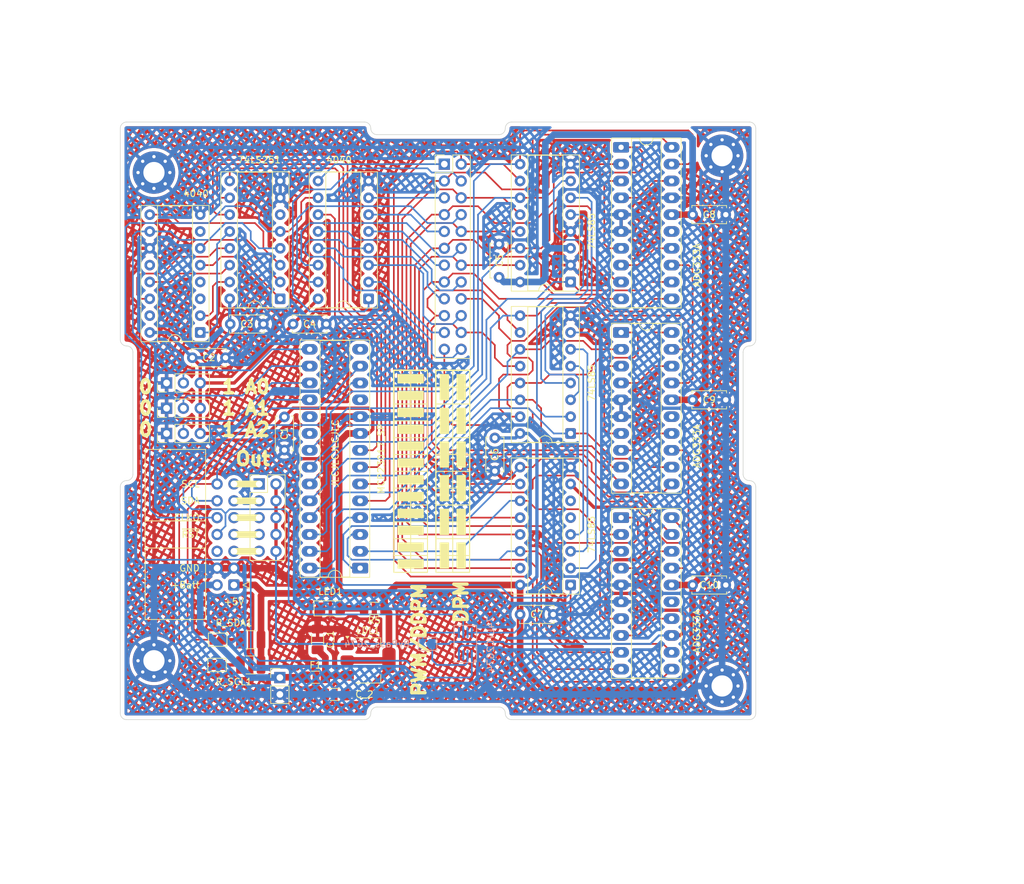
<source format=kicad_pcb>
(kicad_pcb (version 20241229) (generator "pcbnew") (generator_version "9.0")
  (layers (0 "F.Cu" signal) (2 "B.Cu" signal) (13 "F.Paste" user) (15 "B.Paste" user) (5 "F.SilkS" user "F.Silkscreen") (7 "B.SilkS" user "B.Silkscreen") (1 "F.Mask" user) (3 "B.Mask" user) (25 "Edge.Cuts" user))
  (net 0 "")
  (net 1 "DPM")
  (net 2 "Net-(JP1-C)")
  (net 3 "Clock")
  (net 4 "Net-(JP2-C)")
  (net 5 "Net-(JP3-C)")
  (net 6 "/CNT_A0")
  (net 7 "/CNT_A1")
  (net 8 "/Q3")
  (net 9 "/CNT_A2")
  (net 10 "/Q7")
  (net 11 "Ground")
  (net 12 "/Vin")
  (net 13 "/CNT_A3")
  (net 14 "VBatt")
  (net 15 "Net-(LED1-A)")
  (net 16 "/CNT_A4")
  (net 17 "/Q1")
  (net 18 "/CNT_A5")
  (net 19 "/Q4")
  (net 20 "/CNT_A6")
  (net 21 "/Q5")
  (net 22 "SDA")
  (net 23 "/CNT_A7")
  (net 24 "/CNT_A8")
  (net 25 "/Q8")
  (net 27 "/Q9")
  (net 29 "/CNT_A9")
  (net 32 "/Q10")
  (net 33 "/CNT_A11")
  (net 34 "SCL")
  (net 35 "/Q6")
  (net 36 "/Q2")
  (net 37 "/Q0")
  (net 38 "/Q11")
  (net 39 "~{Reset}")
  (net 40 "/A1")
  (net 41 "/A3")
  (net 42 "/A2")
  (net 43 "/A0")
  (net 44 "~{CntEN}")
  (net 45 "/A10")
  (net 48 "Net-(U3-D1)")
  (net 49 "Net-(U3-D4)")
  (net 50 "Net-(U3-D2)")
  (net 51 "Net-(U3-D3)")
  (net 52 "Net-(U5-D2)")
  (net 53 "Net-(U5-D3)")
  (net 54 "Net-(U5-D4)")
  (net 55 "PreScaler1")
  (net 56 "PreScaler2")
  (net 57 "/A7")
  (net 58 "/A8")
  (net 59 "/A9")
  (net 60 "/A11")
  (net 61 "/A5")
  (net 62 "/A4")
  (net 63 "PreScaler0")
  (net 64 "/A6")
  (net 65 "Net-(U5-D1)")
  (net 66 "Net-(U6-D1)")
  (net 67 "Net-(U6-D4)")
  (net 68 "Net-(U6-D2)")
  (net 70 "Net-(U25-Oa=b)")
  (net 71 "Net-(U25-Oa>b)")
  (net 72 "Net-(U25-Oa<b)")
  (net 73 "Net-(U28-Oa=b)")
  (net 74 "Net-(U28-Oa>b)")
  (net 75 "Net-(U28-Oa<b)")
  (net 77 "/CNT_A10")
  (net 78 "+5V")
  (net 79 "Net-(J2-Pin_9)")
  (net 80 "Net-(J2-Pin_3)")
  (net 81 "Net-(J2-Pin_5)")
  (net 82 "Net-(J2-Pin_7)")
  (net 83 "Net-(J2-Pin_1)")
  (net 85 "/Div_128")
  (net 86 "/Clock_loc")
  (net 87 "/Div_64")
  (net 88 "/Div_8")
  (net 89 "/Div_16")
  (net 90 "/Div_4096")
  (net 91 "/Div_1024")
  (net 92 "/Div_512")
  (net 93 "/Div_2048")
  (net 94 "/Div_32")
  (net 95 "/Div_4")
  (net 96 "/Div_2")
  (net 97 "/Div_256")
  (net 99 "Net-(Pad_SCL1-A)")
  (net 100 "Net-(Pad_SDA1-A)")
  (net 103 "Net-(ByPass_2G74-B)")
  (footprint "Resistor_SMD:R_1210_3225Metric_Pad1.30x2.65mm_HandSolder" (layer "F.Cu") (at 60.96 126.365)
    (property "Reference" "R_SCL1")
    (property "Value" "4.7 kOhm")
  )
  (footprint "Connector_PinHeader_2.54mm:PinHeader_2x05_P2.54mm_Vertical" (layer "F.Cu") (at 62.23 99.06)
    (property "Reference" "J2" (hide yes))
    (property "Value" "Conn_02x05_Odd_Even")
  )
  (footprint "Resistor_SMD:R_1210_3225Metric_Pad1.30x2.65mm_HandSolder" (layer "F.Cu") (at 60.96 122.555)
    (property "Reference" "R_SDA1")
    (property "Value" "4.7 kOhm")
  )
  (footprint "Package_DIP:DIP-16_W7.62mm_Socket" (layer "F.Cu") (at 109.22 91.44 180)
    (property "Reference" "U28" (hide yes))
    (property "Value" "74LS85")
  )
  (footprint "Package_DIP:DIP-16_W7.62mm_Socket" (layer "F.Cu") (at 53.34 76.2 180)
    (property "Reference" "U9" (hide yes))
    (property "Value" "4040")
  )
  (footprint "MountingHole:MountingHole_3.2mm_M3_Pad_Via" (layer "F.Cu") (at 46.355 125.73)
    (property "Reference" "H1" (hide yes))
    (property "Value" "MountingHole_Pad")
  )
  (footprint "MountingHole:MountingHole_3.2mm_M3_Pad_Via" (layer "F.Cu") (at 132.08 129.54)
    (property "Reference" "H3" (hide yes))
    (property "Value" "MountingHole_Pad")
  )
  (footprint "Capacitor_THT:C_Disc_D5.0mm_W2.5mm_P5.00mm" (layer "F.Cu") (at 57.15 80.01 180)
    (property "Reference" "C2")
    (property "Value" "0.1µF")
  )
  (footprint "MountingHole:MountingHole_3.2mm_M3_Pad_Via" (layer "F.Cu") (at 132.08 49.53)
    (property "Reference" "H4" (hide yes))
    (property "Value" "MountingHole_Pad")
  )
  (footprint "Package_DIP:DIP-16_W7.62mm_Socket" (layer "F.Cu") (at 78.74 71.12 180)
    (property "Reference" "U8" (hide yes))
    (property "Value" "4040")
  )
  (footprint "Capacitor_THT:C_Disc_D5.0mm_W2.5mm_P5.00mm" (layer "F.Cu") (at 98.425 62.865 -90)
    (property "Reference" "C5")
    (property "Value" "0.1µF")
  )
  (footprint "Package_DIP:DIP-20_W7.62mm_Socket_LongPads" (layer "F.Cu") (at 116.84 76.2)
    (property "Reference" "U5" (hide yes))
    (property "Value" "ADG333A")
  )
  (footprint "Capacitor_SMD:C_1206_3216Metric_Pad1.33x1.80mm_HandSolder" (layer "F.Cu") (at 73.66 130.81)
    (property "Reference" "C_2")
    (property "Value" "4.7µF")
  )
  (footprint "Jumper:SolderJumper-2_P1.3mm_Open_TrianglePad1.0x1.5mm" (layer "F.Cu") (at 55.88 126.365 180)
    (property "Reference" "Pad_SCL1" (hide yes))
    (property "Value" "SolderJumper_2_Open")
  )
  (footprint "Package_DIP:DIP-20_W7.62mm_Socket_LongPads" (layer "F.Cu") (at 116.84 48.26)
    (property "Reference" "U3" (hide yes))
    (property "Value" "ADG333A")
  )
  (footprint "Fuse:Fuse_1206_3216Metric_Pad1.42x1.75mm_HandSolder" (layer "F.Cu") (at 70.732977 128.223562)
    (property "Reference" "F1")
    (property "Value" ".75A")
  )
  (footprint "Package_DIP:DIP-16_W7.62mm_Socket" (layer "F.Cu") (at 65.405 71.12 180)
    (property "Reference" "U1" (hide yes))
    (property "Value" "74LS251")
  )
  (footprint "Package_DIP:DIP-28_W7.62mm_Socket_LongPads" (layer "F.Cu") (at 77.47 111.76 180)
    (property "Reference" "U4" (hide yes))
    (property "Value" "MCP23017_SP")
  )
  (footprint "Capacitor_THT:C_Disc_D5.0mm_W2.5mm_P5.00mm" (layer "F.Cu") (at 97.79 97.115 90)
    (property "Reference" "C6")
    (property "Value" "0.1µF")
  )
  (footprint "Connector_PinHeader_2.54mm:PinHeader_1x03_P2.54mm_Vertical" (layer "F.Cu") (at 48.26 87.63 90)
    (property "Reference" "JP2" (hide yes))
    (property "Value" "Jumper_3_Open")
  )
  (footprint "Package_TO_SOT_SMD:SOT-223-3_TabPin2" (layer "F.Cu") (at 78.665477 125.683562)
    (property "Reference" "LDL1")
    (property "Value" "LDL1117")
  )
  (footprint "Capacitor_THT:C_Disc_D5.0mm_W2.5mm_P5.00mm" (layer "F.Cu") (at 132.635 86.36 180)
    (property "Reference" "C9")
    (property "Value" "0.1µF")
  )
  (footprint "Connector_PinHeader_2.54mm:PinHeader_1x02_P2.54mm_Vertical" (layer "F.Cu") (at 65.355477 128.27)
    (property "Reference" "J_VIN_0" (hide yes))
    (property "Value" "Conn_01x02" (hide yes))
  )
  (footprint "Resistor_SMD:R_1206_3216Metric_Pad1.30x1.75mm_HandSolder" (layer "F.Cu") (at 79.605477 117.823562 180)
    (property "Reference" "R5")
    (property "Value" "1K")
  )
  (footprint "Connector_IDC:IDC-Header_2x07_P2.54mm_Horizontal" (layer "F.Cu") (at 58.42 114.3 180)
    (property "Reference" "JP4" (hide yes))
    (property "Value" "IDC-14")
  )
  (footprint "Package_DIP:DIP-16_W7.62mm_Socket" (layer "F.Cu") (at 109.22 114.3 180)
    (property "Reference" "U31" (hide yes))
    (property "Value" "74LS85")
  )
  (footprint "Capacitor_THT:C_Disc_D5.0mm_W2.5mm_P5.00mm" (layer "F.Cu") (at 132.635 58.42 180)
    (property "Reference" "C8")
    (property "Value" "0.1µF")
  )
  (footprint "Capacitor_THT:C_Disc_D5.0mm_W2.5mm_P5.00mm" (layer "F.Cu") (at 66.04 93.94 90)
    (property "Reference" "C1")
    (property "Value" "0.1µF")
  )
  (footprint "Connector_PinHeader_2.54mm:PinHeader_2x12_P2.54mm_Vertical" (layer "F.Cu") (at 90.17 50.8)
    (property "Reference" "J1" (hide yes))
    (property "Value" "Conn_02x12_Odd_Even")
  )
  (footprint "MountingHole:MountingHole_3.2mm_M3_Pad_Via" (layer "F.Cu") (at 46.355 52.07)
    (property "Reference" "H2" (hide yes))
    (property "Value" "MountingHole_Pad")
  )
  (footprint "Connector_PinHeader_2.54mm:PinHeader_1x03_P2.54mm_Vertical" (layer "F.Cu") (at 48.26 91.44 90)
    (property "Reference" "JP1" (hide yes))
    (property "Value" "Jumper_3_Open")
  )
  (footprint "LED_SMD:LED_1206_3216Metric_Pad1.42x1.75mm_HandSolder" (layer "F.Cu") (at 72.975477 117.823562)
    (property "Reference" "LED1")
    (property "Value" "LED")
  )
  (footprint "Capacitor_THT:C_Disc_D5.0mm_W2.5mm_P5.00mm" (layer "F.Cu") (at 72.35 74.93 180)
    (property "Reference" "C4")
    (property "Value" "0.1µF")
  )
  (footprint "Capacitor_THT:C_Disc_D5.0mm_W2.5mm_P5.00mm" (layer "F.Cu") (at 62.865 74.93 180)
    (property "Reference" "C3")
    (property "Value" "0.1µF")
  )
  (footprint "Jumper:SolderJumper-2_P1.3mm_Open_TrianglePad1.0x1.5mm" (layer "F.Cu") (at 55.97 122.555 180)
    (property "Reference" "Pad_SDA1" (hide yes))
    (property "Value" "SolderJumper_2_Open")
  )
  (footprint "Capacitor_SMD:C_1206_3216Metric_Pad1.33x1.80mm_HandSolder" (layer "F.Cu") (at 71.045477 122.508562 -90)
    (property "Reference" "C_1")
    (property "Value" "4.7µF")
  )
  (footprint "Package_DIP:DIP-16_W7.62mm_Socket" (layer "F.Cu") (at 109.22 68.58 180)
    (property "Reference" "U25" (hide yes))
    (property "Value" "74LS85")
  )
  (footprint "Capacitor_THT:C_Disc_D5.0mm_W2.5mm_P5.00mm" (layer "F.Cu") (at 132.635 114.3 180)
    (property "Reference" "C10")
    (property "Value" "0.1µF")
  )
  (footprint "Connector_PinHeader_2.54mm:PinHeader_1x03_P2.54mm_Vertical" (layer "F.Cu") (at 48.26 83.82 90)
    (property "Reference" "JP3" (hide yes))
    (property "Value" "Jumper_3_Open")
  )
  (footprint "Package_DIP:DIP-20_W7.62mm_Socket_LongPads" (layer "F.Cu") (at 116.84 104.14)
    (property "Reference" "U6" (hide yes))
    (property "Value" "ADG333A")
  )
  (footprint "Capacitor_THT:C_Disc_D5.0mm_W2.5mm_P5.00mm" (layer "F.Cu") (at 106.6 118.745 180)
    (property "Reference" "C7")
    (property "Value" "0.1µF")
  )
  (footprint "Jumper:SolderJumper-2_P1.3mm_Open_TrianglePad1.0x1.5mm" (layer "B.Cu") (at 87.63 123.19 180)
    (property "Reference" "ByPass_2G74")
    (property "Value" "SolderJumper_2_Open")
  )
  (footprint "Package_SO_AKL:SSOP-8_2.95x2.8mm_P0.65mm" (layer "B.Cu") (at 93.345 123.19 90)
    (property "Reference" "U2" (hide yes))
    (property "Value" "74LVC2G74")
  )
  (gr_rect (start 82.55 81.915) (end 87.63 107.315) (stroke (width 0.15)) (fill no) (layer "F.SilkS"))
  (gr_rect (start 89.535 107.95) (end 90.805 111.76) (stroke (width 0.15)) (fill yes) (layer "F.SilkS"))
  (gr_rect (start 83.185 100.33) (end 86.995 101.6) (stroke (width 0.15)) (fill yes) (layer "F.SilkS"))
  (gr_rect (start 88.9 81.915) (end 93.98 102.235) (stroke (width 0.15)) (fill no) (layer "F.SilkS"))
  (gr_rect (start 83.185 107.95) (end 86.995 109.22) (stroke (width 0.15)) (fill yes) (layer "F.SilkS"))
  (gr_rect (start 83.185 105.41) (end 86.995 106.68) (stroke (width 0.15)) (fill yes) (layer "F.SilkS"))
  (gr_rect (start 92.075 87.63) (end 93.345 91.44) (stroke (width 0.15)) (fill yes) (layer "F.SilkS"))
  (gr_rect (start 82.55 81.915) (end 87.63 94.615) (stroke (width 0.15)) (fill no) (layer "F.SilkS"))
  (gr_rect (start 83.185 97.79) (end 86.995 99.06) (stroke (width 0.15)) (fill yes) (layer "F.SilkS"))
  (gr_rect (start 88.9 81.915) (end 93.98 94.615) (stroke (width 0.15)) (fill no) (layer "F.SilkS"))
  (gr_rect (start 82.55 81.915) (end 87.63 109.855) (stroke (width 0.15)) (fill no) (layer "F.SilkS"))
  (gr_rect (start 83.185 82.55) (end 86.995 83.82) (stroke (width 0.15)) (fill yes) (layer "F.SilkS"))
  (gr_rect (start 83.185 90.17) (end 86.995 91.44) (stroke (width 0.15)) (fill yes) (layer "F.SilkS"))
  (gr_rect (start 88.9 81.915) (end 93.98 99.695) (stroke (width 0.15)) (fill no) (layer "F.SilkS"))
  (gr_rect (start 88.9 81.915) (end 93.98 86.995) (stroke (width 0.15)) (fill no) (layer "F.SilkS"))
  (gr_rect (start 89.535 92.71) (end 90.805 96.52) (stroke (width 0.15)) (fill yes) (layer "F.SilkS"))
  (gr_rect (start 82.55 81.915) (end 87.63 102.235) (stroke (width 0.15)) (fill no) (layer "F.SilkS"))
  (gr_rect (start 85.09 81.915) (end 87.63 112.395) (stroke (width 0.15)) (fill no) (layer "F.SilkS"))
  (gr_rect (start 88.9 81.915) (end 93.98 92.075) (stroke (width 0.15)) (fill no) (layer "F.SilkS"))
  (gr_rect (start 89.535 97.79) (end 90.805 101.6) (stroke (width 0.15)) (fill yes) (layer "F.SilkS"))
  (gr_rect (start 88.9 81.915) (end 93.98 104.775) (stroke (width 0.15)) (fill no) (layer "F.SilkS"))
  (gr_rect (start 83.185 87.63) (end 86.995 88.9) (stroke (width 0.15)) (fill yes) (layer "F.SilkS"))
  (gr_rect (start 92.075 102.87) (end 93.345 106.68) (stroke (width 0.15)) (fill yes) (layer "F.SilkS"))
  (gr_line (start 58.42 104.14) (end 62.23 104.14) (stroke (width 1)) (layer "F.SilkS"))
  (gr_rect (start 83.185 95.25) (end 86.995 96.52) (stroke (width 0.15)) (fill yes) (layer "F.SilkS"))
  (gr_rect (start 82.55 81.915) (end 87.63 89.535) (stroke (width 0.15)) (fill no) (layer "F.SilkS"))
  (gr_rect (start 92.075 97.79) (end 93.345 101.6) (stroke (width 0.15)) (fill yes) (layer "F.SilkS"))
  (gr_rect (start 88.9 81.915) (end 93.98 107.315) (stroke (width 0.15)) (fill no) (layer "F.SilkS"))
  (gr_rect (start 88.9 81.915) (end 93.98 109.855) (stroke (width 0.15)) (fill no) (layer "F.SilkS"))
  (gr_rect (start 83.185 92.71) (end 86.995 93.98) (stroke (width 0.15)) (fill yes) (layer "F.SilkS"))
  (gr_rect (start 83.185 85.09) (end 86.995 86.36) (stroke (width 0.15)) (fill yes) (layer "F.SilkS"))
  (gr_rect (start 82.55 81.915) (end 87.63 86.995) (stroke (width 0.15)) (fill no) (layer "F.SilkS"))
  (gr_rect (start 88.9 81.915) (end 93.98 97.155) (stroke (width 0.15)) (fill no) (layer "F.SilkS"))
  (gr_rect (start 83.185 110.49) (end 86.995 111.76) (stroke (width 0.15)) (fill yes) (layer "F.SilkS"))
  (gr_rect (start 88.9 81.915) (end 93.98 89.535) (stroke (width 0.15)) (fill no) (layer "F.SilkS"))
  (gr_line (start 58.42 99.06) (end 62.23 99.06) (stroke (width 1)) (layer "F.SilkS"))
  (gr_rect (start 82.55 81.915) (end 87.63 104.775) (stroke (width 0.15)) (fill no) (layer "F.SilkS"))
  (gr_rect (start 91.44 81.915) (end 93.98 112.395) (stroke (width 0.15)) (fill no) (layer "F.SilkS"))
  (gr_rect (start 82.55 81.915) (end 87.63 112.395) (stroke (width 0.15)) (fill no) (layer "F.SilkS"))
  (gr_rect (start 82.55 81.915) (end 87.63 97.155) (stroke (width 0.15)) (fill no) (layer "F.SilkS"))
  (gr_line (start 58.42 106.68) (end 62.23 106.68) (stroke (width 1)) (layer "F.SilkS"))
  (gr_rect (start 82.55 81.915) (end 87.63 99.695) (stroke (width 0.15)) (fill no) (layer "F.SilkS"))
  (gr_rect (start 92.075 82.55) (end 93.345 86.36) (stroke (width 0.15)) (fill yes) (layer "F.SilkS"))
  (gr_rect (start 92.075 92.71) (end 93.345 96.52) (stroke (width 0.15)) (fill yes) (layer "F.SilkS"))
  (gr_rect (start 92.075 107.95) (end 93.345 111.76) (stroke (width 0.15)) (fill yes) (layer "F.SilkS"))
  (gr_rect (start 89.535 102.87) (end 90.805 106.68) (stroke (width 0.15)) (fill yes) (layer "F.SilkS"))
  (gr_rect (start 82.55 81.915) (end 87.63 92.075) (stroke (width 0.15)) (fill no) (layer "F.SilkS"))
  (gr_line (start 58.42 101.6) (end 62.23 101.6) (stroke (width 1)) (layer "F.SilkS"))
  (gr_rect (start 89.535 87.63) (end 90.805 91.44) (stroke (width 0.15)) (fill yes) (layer "F.SilkS"))
  (gr_rect (start 83.185 102.87) (end 86.995 104.14) (stroke (width 0.15)) (fill yes) (layer "F.SilkS"))
  (gr_rect (start 82.55 81.915) (end 87.63 84.455) (stroke (width 0.15)) (fill no) (layer "F.SilkS"))
  (gr_line (start 58.42 109.22) (end 62.23 109.22) (stroke (width 1)) (layer "F.SilkS"))
  (gr_rect (start 89.535 82.55) (end 90.805 86.36) (stroke (width 0.15)) (fill yes) (layer "F.SilkS"))
  (gr_rect (start 88.9 81.915) (end 93.98 112.395) (stroke (width 0.15)) (fill no) (layer "F.SilkS"))
  (gr_rect (start 88.9 81.915) (end 93.98 84.455) (stroke (width 0.15)) (fill no) (layer "F.SilkS"))
  (gr_line (start 43.179999 97.5995) (end 43.179999 79.1845) (stroke (width 0.1)) (layer "Edge.Cuts"))
  (gr_arc (start 79.070199 133.6675) (mid 79.34918 132.99398) (end 80.022699 132.715) (stroke (width 0.1)) (layer "Edge.Cuts"))
  (gr_arc (start 99.364799 45.4025) (mid 99.64378 44.72898) (end 100.317299 44.45) (stroke (width 0.1)) (layer "Edge.Cuts"))
  (gr_arc (start 42.227499 134.62) (mid 41.55398 134.341019) (end 41.274999 133.6675) (stroke (width 0.1)) (layer "Edge.Cuts"))
  (gr_arc (start 43.179999 97.5995) (mid 42.901018 98.273019) (end 42.227499 98.552) (stroke (width 0.1)) (layer "Edge.Cuts"))
  (gr_arc (start 41.274999 45.4025) (mid 41.55398 44.72898) (end 42.227499 44.45) (stroke (width 0.1)) (layer "Edge.Cuts"))
  (gr_arc (start 41.274999 99.5045) (mid 41.55398 98.83098) (end 42.227499 98.552) (stroke (width 0.1)) (layer "Edge.Cuts"))
  (gr_arc (start 42.227499 78.232) (mid 42.901019 78.51098) (end 43.179999 79.1845) (stroke (width 0.1)) (layer "Edge.Cuts"))
  (gr_arc (start 99.364799 45.4025) (mid 99.085818 46.076019) (end 98.412299 46.355) (stroke (width 0.1)) (layer "Edge.Cuts"))
  (gr_line (start 80.022699 46.355) (end 98.412299 46.355) (stroke (width 0.1)) (layer "Edge.Cuts"))
  (gr_arc (start 136.207499 98.552) (mid 135.53398 98.273019) (end 135.254999 97.5995) (stroke (width 0.1)) (layer "Edge.Cuts"))
  (gr_line (start 137.159999 77.2795) (end 137.159999 45.4025) (stroke (width 0.1)) (layer "Edge.Cuts"))
  (gr_arc (start 98.412299 132.715) (mid 99.085819 132.99398) (end 99.364799 133.6675) (stroke (width 0.1)) (layer "Edge.Cuts"))
  (gr_line (start 137.159999 133.6675) (end 137.159999 99.5045) (stroke (width 0.1)) (layer "Edge.Cuts"))
  (gr_arc (start 79.070199 133.6675) (mid 78.791218 134.341019) (end 78.117699 134.62) (stroke (width 0.1)) (layer "Edge.Cuts"))
  (gr_line (start 42.227499 134.62) (end 78.117699 134.62) (stroke (width 0.1)) (layer "Edge.Cuts"))
  (gr_line (start 41.274999 133.6675) (end 41.274999 99.5045) (stroke (width 0.1)) (layer "Edge.Cuts"))
  (gr_line (start 42.227499 44.45) (end 78.117699 44.45) (stroke (width 0.1)) (layer "Edge.Cuts"))
  (gr_arc (start 136.207499 98.552) (mid 136.881019 98.83098) (end 137.159999 99.5045) (stroke (width 0.1)) (layer "Edge.Cuts"))
  (gr_arc (start 137.159999 77.2795) (mid 136.881018 77.953019) (end 136.207499 78.232) (stroke (width 0.1)) (layer "Edge.Cuts"))
  (gr_arc (start 100.317299 134.62) (mid 99.64378 134.341019) (end 99.364799 133.6675) (stroke (width 0.1)) (layer "Edge.Cuts"))
  (gr_line (start 135.254999 97.5995) (end 135.254999 79.1845) (stroke (width 0.1)) (layer "Edge.Cuts"))
  (gr_arc (start 78.117699 44.45) (mid 78.791219 44.72898) (end 79.070199 45.4025) (stroke (width 0.1)) (layer "Edge.Cuts"))
  (gr_arc (start 80.022699 46.355) (mid 79.34918 46.076019) (end 79.070199 45.4025) (stroke (width 0.1)) (layer "Edge.Cuts"))
  (gr_line (start 100.317299 44.45) (end 136.207499 44.45) (stroke (width 0.1)) (layer "Edge.Cuts"))
  (gr_arc (start 135.254999 79.1845) (mid 135.53398 78.51098) (end 136.207499 78.232) (stroke (width 0.1)) (layer "Edge.Cuts"))
  (gr_arc (start 137.159999 133.6675) (mid 136.881018 134.341019) (end 136.207499 134.62) (stroke (width 0.1)) (layer "Edge.Cuts"))
  (gr_line (start 100.317299 134.62) (end 136.207499 134.62) (stroke (width 0.1)) (layer "Edge.Cuts"))
  (gr_line (start 80.022699 132.715) (end 98.412299 132.715) (stroke (width 0.1)) (layer "Edge.Cuts"))
  (gr_line (start 41.274999 77.2795) (end 41.274999 45.4025) (stroke (width 0.1)) (layer "Edge.Cuts"))
  (gr_arc (start 136.207499 44.45) (mid 136.881019 44.72898) (end 137.159999 45.4025) (stroke (width 0.1)) (layer "Edge.Cuts"))
  (gr_arc (start 42.227499 78.232) (mid 41.55398 77.953019) (end 41.274999 77.2795) (stroke (width 0.1)) (layer "Edge.Cuts"))
  (gr_text "+Batt" (at 53.34 114.3 0) (layer "F.SilkS") (effects (font (size 1 1)) (justify right)))
  (gr_text "+5V" (at 58.42 116.84 0) (layer "F.SilkS") (effects (font (size 1 1))))
  (gr_text "SDA" (at 53.34 101.6 0) (layer "F.SilkS") (effects (font (size 1 1)) (justify right)))
  (gr_text "JLCJLCJLCJLC" (at 74.295 99.695 90) (layer "F.SilkS") (effects (font (size 1 1)) (justify left bottom)))
  (gr_text "GND" (at 53.34 111.76 0) (layer "F.SilkS") (effects (font (size 1 1)) (justify right)))
  (gr_text "Out" (at 58.42 95.25 0) (layer "F.SilkS") (effects (font (size 2 2) (thickness 0.5) (bold yes)) (justify left)))
  (gr_text "SCL" (at 53.34 99.06 0) (layer "F.SilkS") (effects (font (size 1 1)) (justify right)))
  (gr_text "CLKO" (at 53.34 104.14 0) (layer "F.SilkS") (effects (font (size 1 1)) (justify right)))
  (gr_text "PWM/DDPM" (at 86.36 122.555 90) (layer "F.SilkS") (effects (font (size 2 2) (thickness 0.5) (bold yes))))
  (gr_text "0       1 A0\n0       1 A1\n0       1 A2" (at 43.815 87.63 0) (layer "F.SilkS") (effects (font (size 2 2) (thickness 0.5) (bold yes)) (justify left)))
  (gr_text "~{RST}" (at 53.34 106.68 0) (layer "F.SilkS") (effects (font (size 1 1)) (justify right)))
  (gr_text "DPM" (at 92.71 116.84 90) (layer "F.SilkS") (effects (font (size 2 2) (thickness 0.5) (bold yes))))
  (segment (start 112.726554 102.566554) (end 109.22 99.06) (width 0.5) (layer "F.Cu") (net 1))
  (segment (start 119.076554 102.566554) (end 112.726554 102.566554) (width 0.5) (layer "F.Cu") (net 1))
  (segment (start 126.365 121.285) (end 126.365 118.745) (width 0.5) (layer "F.Cu") (net 1))
  (segment (start 125.73 118.11) (end 121.92 118.11) (width 0.5) (layer "F.Cu") (net 1))
  (segment (start 119.38 115.57) (end 115.57 115.57) (width 0.5) (layer "F.Cu") (net 1))
  (segment (start 126.365 118.745) (end 125.73 118.11) (width 0.5) (layer "F.Cu") (net 1))
  (segment (start 114.935 111.125) (end 115.57 110.49) (width 0.5) (layer "F.Cu") (net 1))
  (segment (start 120.65 104.14) (end 119.076554 102.566554) (width 0.5) (layer "F.Cu") (net 1))
  (segment (start 124.46 121.92) (end 125.73 121.92) (width 0.5) (layer "F.Cu") (net 1))
  (segment (start 115.57 110.49) (end 119.38 110.49) (width 0.5) (layer "F.Cu") (net 1))
  (segment (start 125.73 121.92) (end 126.365 121.285) (width 0.5) (layer "F.Cu") (net 1))
  (segment (start 120.65 109.22) (end 120.65 104.14) (width 0.5) (layer "F.Cu") (net 1))
  (segment (start 114.935 114.935) (end 114.935 111.125) (width 0.5) (layer "F.Cu") (net 1))
  (segment (start 115.57 115.57) (end 114.935 114.935) (width 0.5) (layer "F.Cu") (net 1))
  (segment (start 121.92 118.11) (end 119.38 115.57) (width 0.5) (layer "F.Cu") (net 1))
  (segment (start 119.38 110.49) (end 120.65 109.22) (width 0.5) (layer "F.Cu") (net 1))
  (segment (start 90.838044 123.19) (end 88.355 123.19) (width 0.3) (layer "B.Cu") (net 1))
  (segment (start 122.555 121.92) (end 121.285 123.19) (width 0.3) (layer "B.Cu") (net 1))
  (segment (start 99.06 122.889022) (end 91.139022 122.889022) (width 0.3) (layer "B.Cu") (net 1))
  (segment (start 121.285 123.19) (end 99.360978 123.19) (width 0.3) (layer "B.Cu") (net 1))
  (segment (start 93.67 126.04) (end 93.345 126.365) (width 0.25) (layer "B.Cu") (net 1))
  (segment (start 124.46 121.92) (end 122.555 121.92) (width 0.3) (layer "B.Cu") (net 1))
  (segment (start 99.360978 123.19) (end 99.06 122.889022) (width 0.3) (layer "B.Cu") (net 1))
  (segment (start 93.345 126.365) (end 89.08 126.365) (width 0.25) (layer "B.Cu") (net 1))
  (segment (start 89.08 126.365) (end 88.355 125.64) (width 0.25) (layer "B.Cu") (net 1))
  (segment (start 91.139022 122.889022) (end 90.838044 123.19) (width 0.3) (layer "B.Cu") (net 1))
  (segment (start 88.355 125.64) (end 88.355 123.19) (width 0.25) (layer "B.Cu") (net 1))
  (segment (start 93.67 124.89) (end 93.67 126.04) (width 0.25) (layer "B.Cu") (net 1))
  (segment (start 50.8 90.17) (end 50.8 91.44) (width 0.25) (layer "B.Cu") (net 2))
  (segment (start 69.85 83.82) (end 64.135 83.82) (width 0.25) (layer "B.Cu") (net 2))
  (segment (start 64.135 83.82) (end 58.42 89.535) (width 0.25) (layer "B.Cu") (net 2))
  (segment (start 58.42 89.535) (end 51.435 89.535) (width 0.25) (layer "B.Cu") (net 2))
  (segment (start 51.435 89.535) (end 50.8 90.17) (width 0.25) (layer "B.Cu") (net 2))
  (segment (start 60.96 62.23) (end 62.23 63.5) (width 0.25) (layer "B.Cu") (net 3))
  (segment (start 43.815 60.96) (end 45.72 60.96) (width 0.25) (layer "B.Cu") (net 3))
  (segment (start 45.72 60.96) (end 48.895 60.96) (width 0.25) (layer "B.Cu") (net 3))
  (segment (start 62.23 63.5) (end 65.405 63.5) (width 0.25) (layer "B.Cu") (net 3))
  (segment (start 43.18 76.2) (end 43.18 61.595) (width 0.25) (layer "B.Cu") (net 3))
  (segment (start 48.895 60.96) (end 50.165 62.23) (width 0.25) (layer "B.Cu") (net 3))
  (segment (start 50.165 62.23) (end 54.61 62.23) (width 0.25) (layer "B.Cu") (net 3))
  (segment (start 55.88 104.14) (end 46.99 104.14) (width 0.25) (layer "B.Cu") (net 3))
  (segment (start 60.96 60.96) (end 60.96 62.23) (width 0.25) (layer "B.Cu") (net 3))
  (segment (start 59.69 59.69) (end 60.96 60.96) (width 0.25) (layer "B.Cu") (net 3))
  (segment (start 54.61 62.23) (end 57.15 59.69) (width 0.25) (layer "B.Cu") (net 3))
  (segment (start 45.72 78.74) (end 43.18 76.2) (width 0.25) (layer "B.Cu") (net 3))
  (segment (start 57.15 59.69) (end 59.69 59.69) (width 0.25) (layer "B.Cu") (net 3))
  (segment (start 43.18 61.595) (end 43.815 60.96) (width 0.25) (layer "B.Cu") (net 3))
  (segment (start 46.99 104.14) (end 45.72 102.87) (width 0.25) (layer "B.Cu") (net 3))
  (segment (start 45.72 102.87) (end 45.72 78.74) (width 0.25) (layer "B.Cu") (net 3))
  (segment (start 59.69 85.725) (end 64.135 81.28) (width 0.25) (layer "B.Cu") (net 4))
  (segment (start 51.435 85.725) (end 59.69 85.725) (width 0.25) (layer "B.Cu") (net 4))
  (segment (start 64.135 81.28) (end 69.85 81.28) (width 0.25) (layer "B.Cu") (net 4))
  (segment (start 50.8 87.63) (end 50.8 86.36) (width 0.25) (layer "B.Cu") (net 4))
  (segment (start 50.8 86.36) (end 51.435 85.725) (width 0.25) (layer "B.Cu") (net 4))
  (segment (start 64.135 78.74) (end 60.96 81.915) (width 0.25) (layer "B.Cu") (net 5))
  (segment (start 51.435 81.915) (end 50.8 82.55) (width 0.25) (layer "B.Cu") (net 5))
  (segment (start 60.96 81.915) (end 51.435 81.915) (width 0.25) (layer "B.Cu") (net 5))
  (segment (start 50.8 82.55) (end 50.8 83.82) (width 0.25) (layer "B.Cu") (net 5))
  (segment (start 69.85 78.74) (end 64.135 78.74) (width 0.25) (layer "B.Cu") (net 5))
  (segment (start 102.87 113.03) (end 103.505 113.665) (width 0.25) (layer "F.Cu") (net 6))
  (segment (start 92.71 49.53) (end 92.075 48.895) (width 0.25) (layer "F.Cu") (net 6))
  (segment (start 82.55 110.49) (end 85.09 113.03) (width 0.25) (layer "F.Cu") (net 6))
  (segment (start 106.68 128.905) (end 122.555 128.905) (width 0.25) (layer "F.Cu") (net 6))
  (segment (start 99.06 50.8) (end 101.6 53.34) (width 0.25) (layer "F.Cu") (net 6))
  (segment (start 92.71 50.8) (end 99.06 50.8) (width 0.25) (layer "F.Cu") (net 6))
  (segment (start 103.505 113.665) (end 103.505 125.73) (width 0.25) (layer "F.Cu") (net 6))
  (segment (start 92.075 48.895) (end 88.265 48.895) (width 0.25) (layer "F.Cu") (net 6))
  (segment (start 82.55 54.61) (end 82.55 110.49) (width 0.25) (layer "F.Cu") (net 6))
  (segment (start 88.265 48.895) (end 82.55 54.61) (width 0.25) (layer "F.Cu") (net 6))
  (segment (start 85.09 113.03) (end 102.87 113.03) (width 0.25) (layer "F.Cu") (net 6))
  (segment (start 92.71 50.8) (end 92.71 49.53) (width 0.25) (layer "F.Cu") (net 6))
  (segment (start 103.505 125.73) (end 106.68 128.905) (width 0.25) (layer "F.Cu") (net 6))
  (segment (start 122.555 128.905) (end 124.46 127) (width 0.25) (layer "F.Cu") (net 6))
  (segment (start 92.71 55.88) (end 99.06 55.88) (width 0.25) (layer "F.Cu") (net 7))
  (segment (start 102.87 110.49) (end 104.14 111.76) (width 0.25) (layer "F.Cu") (net 7))
  (segment (start 86.995 110.49) (end 102.87 110.49) (width 0.25) (layer "F.Cu") (net 7))
  (segment (start 92.71 55.88) (end 91.44 54.61) (width 0.25) (layer "F.Cu") (net 7))
  (segment (start 88.265 54.61) (end 83.82 59.055) (width 0.25) (layer "F.Cu") (net 7))
  (segment (start 83.82 107.315) (end 86.995 110.49) (width 0.25) (layer "F.Cu") (net 7))
  (segment (start 104.14 124.46) (end 106.68 127) (width 0.25) (layer "F.Cu") (net 7))
  (segment (start 99.06 55.88) (end 101.6 58.42) (width 0.25) (layer "F.Cu") (net 7))
  (segment (start 83.82 59.055) (end 83.82 107.315) (width 0.25) (layer "F.Cu") (net 7))
  (segment (start 91.44 54.61) (end 88.265 54.61) (width 0.25) (layer "F.Cu") (net 7))
  (segment (start 106.68 127) (end 116.84 127) (width 0.25) (layer "F.Cu") (net 7))
  (segment (start 104.14 111.76) (end 104.14 124.46) (width 0.25) (layer "F.Cu") (net 7))
  (segment (start 88.9 66.04) (end 90.17 66.04) (width 0.25) (layer "B.Cu") (net 8))
  (segment (start 83.82 60.96) (end 88.9 66.04) (width 0.25) (layer "B.Cu") (net 8))
  (segment (start 78.74 60.96) (end 83.82 60.96) (width 0.25) (layer "B.Cu") (net 8))
  (segment (start 118.745 104.14) (end 116.84 104.14) (width 0.25) (layer "F.Cu") (net 9))
  (segment (start 91.44 59.69) (end 88.265 59.69) (width 0.25) (layer "F.Cu") (net 9))
  (segment (start 88.265 59.69) (end 85.09 62.865) (width 0.25) (layer "F.Cu") (net 9))
  (segment (start 87.63 105.41) (end 104.775 105.41) (width 0.25) (layer "F.Cu") (net 9))
  (segment (start 119.38 104.775) (end 118.745 104.14) (width 0.25) (layer "F.Cu") (net 9))
  (segment (start 85.09 62.865) (end 85.09 102.87) (width 0.25) (layer "F.Cu") (net 9))
  (segment (start 104.775 105.41) (end 107.315 107.95) (width 0.25) (layer "F.Cu") (net 9))
  (segment (start 85.09 102.87) (end 87.63 105.41) (width 0.25) (layer "F.Cu") (net 9))
  (segment (start 92.71 60.96) (end 101.6 60.96) (width 0.25) (layer "F.Cu") (net 9))
  (segment (start 119.38 107.315) (end 119.38 104.775) (width 0.25) (layer "F.Cu") (net 9))
  (segment (start 107.315 107.95) (end 118.745 107.95) (width 0.25) (layer "F.Cu") (net 9))
  (segment (start 92.71 60.96) (end 91.44 59.69) (width 0.25) (layer "F.Cu") (net 9))
  (segment (start 118.745 107.95) (end 119.38 107.315) (width 0.25) (layer "F.Cu") (net 9))
  (segment (start 87.63 67.105376) (end 87.63 69.215) (width 0.25) (layer "B.Cu") (net 10))
  (segment (start 89.535 71.12) (end 90.17 71.12) (width 0.25) (layer "B.Cu") (net 10))
  (segment (start 74.93 64.77) (end 85.294624 64.77) (width 0.25) (layer "B.Cu") (net 10))
  (segment (start 87.63 69.215) (end 89.535 71.12) (width 0.25) (layer "B.Cu") (net 10))
  (segment (start 85.294624 64.77) (end 87.63 67.105376) (width 0.25) (layer "B.Cu") (net 10))
  (segment (start 73.66 63.5) (end 74.93 64.77) (width 0.25) (layer "B.Cu") (net 10))
  (segment (start 71.12 63.5) (end 73.66 63.5) (width 0.25) (layer "B.Cu") (net 10))
  (segment (start 71.12 114.3) (end 67.31 114.3) (width 1) (layer "F.Cu") (net 11))
  (segment (start 43.18 55.245) (end 46.355 52.07) (width 0.5) (layer "F.Cu") (net 11))
  (segment (start 65.355477 130.523562) (end 65.641915 130.81) (width 1) (layer "F.Cu") (net 11))
  (segment (start 70.806977 129.702812) (end 71.914165 130.81) (width 1) (layer "F.Cu") (net 11))
  (segment (start 71.045477 118.266062) (end 71.487977 117.823562) (width 1) (layer "F.Cu") (net 11))
  (segment (start 69.217977 120.946062) (end 68.530477 121.633562) (width 1) (layer "F.Cu") (net 11))
  (segment (start 107.95 60.96) (end 107.315 61.595) (width 0.4) (layer "F.Cu") (net 11))
  (segment (start 132.08 55.245) (end 132.08 49.53) (width 0.4) (layer "F.Cu") (net 11))
  (segment (start 72.39 113.03) (end 71.12 114.3) (width 1) (layer "F.Cu") (net 11))
  (segment (start 65.069039 130.81) (end 65.355477 130.523562) (width 1) (layer "F.Cu") (net 11))
  (segment (start 107.315 65.405) (end 107.95 66.04) (width 0.4) (layer "F.Cu") (net 11))
  (segment (start 42.545 76.2) (end 48.26 81.915) (width 0.5) (layer "F.Cu") (net 11))
  (segment (start 119.38 114.3) (end 120.015 113.665) (width 0.25) (layer "F.Cu") (net 11))
  (segment (start 46.355 52.07) (end 50.165 48.26) (width 0.5) (layer "F.Cu") (net 11))
  (segment (start 46.355 52.07) (end 46.99 52.07) (width 0.5) (layer "F.Cu") (net 11))
  (segment (start 58.42 111.76) (end 55.88 111.76) (width 1) (layer "F.Cu") (net 11))
  (segment (start 97.79 63.5) (end 97.155 63.5) (width 0.5) (layer "F.Cu") (net 11))
  (segment (start 74.827977 120.946062) (end 75.515477 121.633562) (width 1) (layer "F.Cu") (net 11))
  (segment (start 66.04 93.94) (end 67.35 95.25) (width 0.5) (layer "F.Cu") (net 11))
  (segment (start 77.47 88.9) (end 73.66 88.9) (width 1) (layer "F.Cu") (net 11))
  (segment (start 75.515477 121.633562) (end 75.515477 123.383562) (width 1) (layer "F.Cu") (net 11))
  (segment (start 109.22 60.96) (end 107.95 60.96) (width 0.4) (layer "F.Cu") (net 11))
  (segment (start 71.045477 120.946062) (end 69.217977 120.946062) (width 1) (layer "F.Cu") (net 11))
  (segment (start 42.545 65.405) (end 42.545 76.2) (width 0.5) (layer "F.Cu") (net 11))
  (segment (start 64.77 111.76) (end 58.42 111.76) (width 1) (layer "F.Cu") (net 11))
  (segment (start 67.31 114.3) (end 64.77 111.76) (width 1) (layer "F.Cu") (net 11))
  (segment (start 44.45 63.5) (end 43.18 62.23) (width 0.5) (layer "F.Cu") (net 11))
  (segment (start 98.425 62.865) (end 97.155 61.595) (width 0.5) (layer "F.Cu") (net 11))
  (segment (start 50.165 48.26) (end 78.105 48.26) (width 0.5) (layer "F.Cu") (net 11))
  (segment (start 78.105 48.26) (end 78.74 48.895) (width 0.5) (layer "F.Cu") (net 11))
  (segment (start 116.84 114.3) (end 119.38 114.3) (width 0.25) (layer "F.Cu") (net 11))
  (segment (start 72.39 95.25) (end 72.39 113.03) (width 1) (layer "F.Cu") (net 11))
  (segment (start 73.66 88.9) (end 72.39 90.17) (width 1) (layer "F.Cu") (net 11))
  (segment (start 46.355 125.73) (end 51.435 130.81) (width 1) (layer "F.Cu") (net 11))
  (segment (start 107.315 61.595) (end 107.315 65.405) (width 0.4) (layer "F.Cu") (net 11))
  (segment (start 65.641915 130.81) (end 69.699789 130.81) (width 1) (layer "F.Cu") (net 11))
  (segment (start 68.530477 121.633562) (end 68.530477 124.808562) (width 1) (layer "F.Cu") (net 11))
  (segment (start 98.425 62.865) (end 99.695 64.135) (width 0.5) (layer "F.Cu") (net 11))
  (segment (start 70.806977 127.085062) (end 70.806977 129.702812) (width 1) (layer "F.Cu") (net 11))
  (segment (start 71.914165 130.81) (end 72.0975 130.81) (width 1) (layer "F.Cu") (net 11))
  (segment (start 68.530477 124.808562) (end 70.806977 127.085062) (width 1) (layer "F.Cu") (net 11))
  (segment (start 48.26 99.06) (end 46.355 100.965) (width 0.5) (layer "F.Cu") (net 11))
  (segment (start 72.39 90.17) (end 72.39 95.25) (width 1) (layer "F.Cu") (net 11))
  (segment (start 44.45 63.5) (end 42.545 65.405) (width 0.5) (layer "F.Cu") (net 11))
  (segment (start 51.435 130.81) (end 65.069039 130.81) (width 1) (layer "F.Cu") (net 11))
  (segment (start 69.699789 130.81) (end 70.806977 129.702812) (width 1) (layer "F.Cu") (net 11))
  (segment (start 45.72 63.5) (end 44.45 63.5) (width 0.5) (layer "F.Cu") (net 11))
  (segment (start 48.26 81.915) (end 48.26 99.06) (width 0.5) (layer "F.Cu") (net 11))
  (segment (start 71.045477 120.946062) (end 71.045477 118.266062) (width 1) (layer "F.Cu") (net 11))
  (segment (start 131.445 55.88) (end 132.08 55.245) (width 0.4) (layer "F.Cu") (net 11))
  (segment (start 67.35 95.25) (end 72.39 95.25) (width 0.5) (layer "F.Cu") (net 11))
  (segment (start 98.425 62.865) (end 97.79 63.5) (width 0.5) (layer "F.Cu") (net 11))
  (segment (start 43.18 62.23) (end 43.18 55.245) (width 0.5) (layer "F.Cu") (net 11))
  (segment (start 107.95 66.04) (end 109.22 66.04) (width 0.4) (layer "F.Cu") (net 11))
  (segment (start 98.425 62.865) (end 99.695 61.595) (width 0.5) (layer "F.Cu") (net 11))
  (segment (start 71.045477 120.946062) (end 74.827977 120.946062) (width 1) (layer "F.Cu") (net 11))
  (segment (start 78.74 48.895) (end 78.74 53.34) (width 0.5) (layer "F.Cu") (net 11))
  (segment (start 46.355 100.965) (end 46.355 125.73) (width 0.5) (layer "F.Cu") (net 11))
  (segment (start 124.46 55.88) (end 131.445 55.88) (width 0.4) (layer "F.Cu") (net 11))
  (segment (start 50.165 48.26) (end 46.355 52.07) (width 0.5) (layer "B.Cu") (net 11))
  (segment (start 78.74 53.34) (end 80.01 54.61) (width 0.25) (layer "B.Cu") (net 11))
  (segment (start 102.87 62.23) (end 103.505 61.595) (width 0.5) (layer "B.Cu") (net 11))
  (segment (start 65.405 48.895) (end 64.77 48.26) (width 0.5) (layer "B.Cu") (net 11))
  (segment (start 130.81 86.36) (end 132.635 86.36) (width 0.5) (layer "B.Cu") (net 11))
  (segment (start 106.68 111.76) (end 107.95 113.03) (width 0.4) (layer "B.Cu") (net 11))
  (segment (start 116.84 86.36) (end 116.84 87.63) (width 0.5) (layer "B.Cu") (net 11))
  (segment (start 113.665 53.975) (end 113.665 51.435) (width 0.4) (layer "B.Cu") (net 11))
  (segment (start 53.34 56.515) (end 53.34 58.42) (width 0.5) (layer "B.Cu") (net 11))
  (segment (start 65.405 55.88) (end 65.405 53.34) (width 0.5) (layer "B.Cu") (net 11))
  (segment (start 72.35 74.93) (end 73.66 76.24) (width 0.5) (layer "B.Cu") (net 11))
  (segment (start 113.665 116.84) (end 111.76 118.745) (width 0.5) (layer "B.Cu") (net 11))
  (segment (start 96.52 123.825) (end 96.15091 123.45591) (width 0.25) (layer "B.Cu") (net 11))
  (segment (start 103.505 90.17) (end 96.52 90.17) (width 0.5) (layer "B.Cu") (net 11))
  (segment (start 80.01 52.07) (end 80.645 52.07) (width 0.25) (layer "B.Cu") (net 11))
  (segment (start 132.635 50.085) (end 132.08 49.53) (width 1) (layer "B.Cu") (net 11))
  (segment (start 46.355 112.395) (end 46.355 125.73) (width 1) (layer "B.Cu") (net 11))
  (segment (start 95.25 96.52) (end 95.845 97.115) (width 0.5) (layer "B.Cu") (net 11))
  (segment (start 78.74 53.34) (end 76.835 55.245) (width 0.25) (layer "B.Cu") (net 11))
  (segment (start 109.22 96.52) (end 107.95 96.52) (width 0.4) (layer "B.Cu") (net 11))
  (segment (start 92.776566 123.45591) (end 92.37 123.862476) (width 0.25) (layer "B.Cu") (net 11))
  (segment (start 120.015 86.36) (end 121.285 87.63) (width 0.5) (layer "B.Cu") (net 11))
  (segment (start 132.635 115.015) (end 132.08 115.57) (width 1) (layer "B.Cu") (net 11))
  (segment (start 113.665 57.785) (end 113.665 55.245) (width 0.4) (layer "B.Cu") (net 11))
  (segment (start 65.405 48.895) (end 65.405 50.165) (width 0.5) (layer "B.Cu") (net 11))
  (segment (start 116.84 114.3) (end 116.84 115.57) (width 0.5) (layer "B.Cu") (net 11))
  (segment (start 132.635 86.36) (end 132.635 115.015) (width 1) (layer "B.Cu") (net 11))
  (segment (start 48.26 92.71) (end 48.26 91.44) (width 0.5) (layer "B.Cu") (net 11))
  (segment (start 46.99 111.76) (end 46.355 112.395) (width 1) (layer "B.Cu") (net 11))
  (segment (start 59.055 80.01) (end 57.15 80.01) (width 0.5) (layer "B.Cu") (net 11))
  (segment (start 121.285 115.57) (end 132.08 115.57) (width 0.5) (layer "B.Cu") (net 11))
  (segment (start 107.315 59.055) (end 109.22 60.96) (width 0.4) (layer "B.Cu") (net 11))
  (segment (start 103.505 61.595) (end 103.505 49.53) (width 0.5) (layer "B.Cu") (net 11))
  (segment (start 98.425 62.865) (end 99.06 62.23) (width 0.5) (layer "B.Cu") (net 11))
  (segment (start 108.585 54.61) (end 107.315 55.88) (width 0.4) (layer "B.Cu") (net 11))
  (segment (start 116.84 86.36) (end 120.015 86.36) (width 0.5) (layer "B.Cu") (net 11))
  (segment (start 107.95 96.52) (end 106.68 97.79) (width 0.4) (layer "B.Cu") (net 11))
  (segment (start 77.47 88.9) (end 82.55 88.9) (width 0.25) (layer "B.Cu") (net 11))
  (segment (start 62.865 74.93) (end 60.96 76.835) (width 0.5) (layer "B.Cu") (net 11))
  (segment (start 109.22 73.66) (end 113.03 73.66) (width 0.4) (layer "B.Cu") (net 11))
  (segment (start 114.3 58.42) (end 113.665 57.785) (width 0.4) (layer "B.Cu") (net 11))
  (segment (start 65.405 53.34) (end 65.405 50.165) (width 0.5) (layer "B.Cu") (net 11))
  (segment (start 102.235 48.26) (end 66.04 48.26) (width 0.5) (layer "B.Cu") (net 11))
  (segment (start 132.635 86.36) (end 132.635 50.085) (width 1) (layer "B.Cu") (net 11))
  (segment (start 116.84 58.42) (end 120.015 58.42) (width 0.4) (layer "B.Cu") (net 11))
  (segment (start 92.37 123.862476) (end 92.37 124.89) (width 0.25) (layer "B.Cu") (net 11))
  (segment (start 113.03 73.66) (end 113.665 74.295) (width 0.4) (layer "B.Cu") (net 11))
  (segment (start 97.79 130.81) (end 127 130.81) (width 1) (layer "B.Cu") (net 11))
  (segment (start 77.47 88.9) (end 75.565 88.9) (width 0.25) (layer "B.Cu") (net 11))
  (segment (start 49.53 93.98) (end 48.26 92.71) (width 0.5) (layer "B.Cu") (net 11))
  (segment (start 116.84 87.63) (end 116.84 88.9) (width 0.5) (layer "B.Cu") (net 11))
  (segment (start 95.25 91.44) (end 95.25 96.52) (width 0.5) (layer "B.Cu") (net 11))
  (segment (start 127 130.81) (end 128.27 129.54) (width 1) (layer "B.Cu") (net 11))
  (segment (start 77.47 52.07) (end 76.835 52.07) (width 0.25) (layer "B.Cu") (net 11))
  (segment (start 66.04 48.26) (end 65.405 48.895) (width 0.5) (layer "B.Cu") (net 11))
  (segment (start 113.03 50.8) (end 109.22 50.8) (width 0.4) (layer "B.Cu") (net 11))
  (segment (start 107.315 55.88) (end 107.315 59.055) (width 0.4) (layer "B.Cu") (net 11))
  (segment (start 78.74 53.34) (end 80.01 52.07) (width 0.25) (layer "B.Cu") (net 11))
  (segment (start 116.84 116.84) (end 113.665 116.84) (width 0.5) (layer "B.Cu") (net 11))
  (segment (start 116.84 114.3) (end 120.015 114.3) (width 0.5) (layer "B.Cu") (net 11))
  (segment (start 120.015 114.3) (end 121.285 115.57) (width 0.5) (layer "B.Cu") (net 11))
  (segment (start 112.395 113.03) (end 113.665 114.3) (width 0.4) (layer "B.Cu") (net 11))
  (segment (start 64.154 85.071) (end 55.245 93.98) (width 0.5) (layer "B.Cu") (net 11))
  (segment (start 107.95 113.03) (end 112.395 113.03) (width 0.4) (layer "B.Cu") (net 11))
  (segment (start 64.77 76.835) (end 62.865 74.93) (width 0.5) (layer "B.Cu") (net 11))
  (segment (start 113.665 114.3) (end 116.84 114.3) (width 0.4) (layer "B.Cu") (net 11))
  (segment (start 52.705 55.88) (end 53.34 56.515) (width 0.5) (layer "B.Cu") (net 11))
  (segment (start 103.505 49.53) (end 102.235 48.26) (width 0.5) (layer "B.Cu") (net 11))
  (segment (start 106.68 97.79) (end 106.68 111.76) (width 0.4) (layer "B.Cu") (net 11))
  (segment (start 132.08 129.54) (end 132.08 115.57) (width 1) (layer "B.Cu") (net 11))
  (segment (start 114.3 86.36) (end 116.84 86.36) (width 0.4) (layer "B.Cu") (net 11))
  (segment (start 73.66 76.24) (end 73.66 83.5025) (width 0.5) (layer "B.Cu") (net 11))
  (segment (start 96.52 90.17) (end 95.25 91.44) (width 0.5) (layer "B.Cu") (net 11))
  (segment (start 113.665 51.435) (end 113.03 50.8) (width 0.4) (layer "B.Cu") (net 11))
  (segment (start 99.06 62.23) (end 102.87 62.23) (width 0.5) (layer "B.Cu") (net 11))
  (segment (start 113.665 85.725) (end 114.3 86.36) (width 0.4) (layer "B.Cu") (net 11))
  (segment (start 60.96 76.835) (end 60.96 78.105) (width 0.5) (layer "B.Cu") (net 11))
  (segment (start 50.165 55.88) (end 52.705 55.88) (width 0.5) (layer "B.Cu") (net 11))
  (segment (start 95.25 130.81) (end 51.435 130.81) (width 1) (layer "B.Cu") (net 11))
  (segment (start 116.84 115.57) (end 116.84 116.84) (width 0.5) (layer "B.Cu") (net 11))
  (segment (start 121.285 87.63) (end 129.54 87.63) (width 0.5) (layer "B.Cu") (net 11))
  (segment (start 128.27 129.54) (end 132.08 129.54) (width 1) (layer "B.Cu") (net 11))
  (segment (start 96.52 129.54) (end 96.52 123.825) (width 0.25) (layer "B.Cu") (net 11))
  (segment (start 113.665 55.245) (end 113.03 54.61) (width 0.4) (layer "B.Cu") (net 11))
  (segment (start 96.52 129.54) (end 95.25 130.81) (width 1) (layer "B.Cu") (net 11))
  (segment (start 80.01 54.61) (end 80.645 54.61) (width 0.25) (layer "B.Cu") (net 11))
  (segment (start 73.66 83.5025) (end 72.0915 85.071) (width 0.5) (layer "B.Cu") (net 11))
  (segment (start 72.39 74.93) (end 70.485 76.835) (width 0.5) (layer "B.Cu") (net 11))
  (segment (start 46.355 52.07) (end 50.165 55.88) (width 0.5) (layer "B.Cu") (net 11))
  (segment (start 120.015 58.42) (end 122.555 55.88) (width 0.4) (layer "B.Cu") (net 11))
  (segment (start 70.485 76.835) (end 64.77 76.835) (width 0.5) (layer "B.Cu") (net 11))
  (segment (start 95.845 97.115) (end 97.79 97.115) (width 0.5) (layer "B.Cu") (net 11))
  (segment (start 107.95 96.52) (end 107.95 94.615) (width 0.5) (layer "B.Cu") (net 11))
  (segment (start 96.15091 123.45591) (end 92.776566 123.45591) (width 0.25) (layer "B.Cu") (net 11))
  (segment (start 78.74 53.34) (end 77.47 52.07) (width 0.25) (layer "B.Cu") (net 11))
  (segment (start 113.665 74.295) (end 113.665 85.725) (width 0.4) (layer "B.Cu") (net 11))
  (segment (start 55.88 111.76) (end 46.99 111.76) (width 1) (layer "B.Cu") (net 11))
  (segment (start 116.84 58.42) (end 114.3 58.42) (width 0.4) (layer "B.Cu") (net 11))
  (segment (start 55.245 93.98) (end 49.53 93.98) (width 0.5) (layer "B.Cu") (net 11))
  (segment (start 129.54 87.63) (end 130.81 86.36) (width 0.5) (layer "B.Cu") (net 11))
  (segment (start 111.76 118.745) (end 106.6 118.745) (width 0.5) (layer "B.Cu") (net 11))
  (segment (start 113.03 54.61) (end 108.585 54.61) (width 0.4) (layer "B.Cu") (net 11))
  (segment (start 96.52 129.54) (end 97.79 130.81) (width 1) (layer "B.Cu") (net 11))
  (segment (start 51.435 130.81) (end 46.355 125.73) (width 1) (layer "B.Cu") (net 11))
  (segment (start 60.96 78.105) (end 59.055 80.01) (width 0.5) (layer "B.Cu") (net 11))
  (segment (start 116.84 58.42) (end 116.84 60.96) (width 0.4) (layer "B.Cu") (net 11))
  (segment (start 64.77 48.26) (end 50.165 48.26) (width 0.5) (layer "B.Cu") (net 11))
  (segment (start 72.0915 85.071) (end 64.154 85.071) (width 0.5) (layer "B.Cu") (net 11))
  (segment (start 122.555 55.88) (end 124.46 55.88) (width 0.4) (layer "B.Cu") (net 11))
  (segment (start 107.95 94.615) (end 103.505 90.17) (width 0.5) (layer "B.Cu") (net 11))
  (segment (start 113.03 54.61) (end 113.665 53.975) (width 0.4) (layer "B.Cu") (net 11))
  (segment (start 75.515477 127.983562) (end 72.460477 127.983562) (width 1) (layer "F.Cu") (net 12))
  (segment (start 72.460477 127.983562) (end 72.220477 128.223562) (width 1) (layer "F.Cu") (net 12))
  (segment (start 72.220477 125.246062) (end 71.045477 124.071062) (width 1) (layer "F.Cu") (net 12))
  (segment (start 72.220477 128.223562) (end 72.220477 125.246062) (width 1) (layer "F.Cu") (net 12))
  (segment (start 125.73 107.95) (end 123.737596 107.95) (width 0.25) (layer "F.Cu") (net 13))
  (segment (start 86.36 97.79) (end 86.36 66.675) (width 0.25) (layer "F.Cu") (net 13))
  (segment (start 88.9 100.33) (end 86.36 97.79) (width 0.25) (layer "F.Cu") (net 13))
  (segment (start 123.737596 107.95) (end 121.285 105.497404) (width 0.25) (layer "F.Cu") (net 13))
  (segment (start 86.36 66.675) (end 88.265 64.77) (width 0.25) (layer "F.Cu") (net 13))
  (segment (start 126.365 107.315) (end 125.73 107.95) (width 0.25) (layer "F.Cu") (net 13))
  (segment (start 88.265 64.77) (end 91.44 64.77) (width 0.25) (layer "F.Cu") (net 13))
  (segment (start 126.365 106.045) (end 126.365 107.315) (width 0.25) (layer "F.Cu") (net 13))
  (segment (start 91.44 64.77) (end 92.71 66.04) (width 0.25) (layer "F.Cu") (net 13))
  (segment (start 104.14 97.79) (end 103.505 98.425) (width 0.25) (layer "F.Cu") (net 13))
  (segment (start 121.285 105.497404) (end 121.285 103.505) (width 0.25) (layer "F.Cu") (net 13))
  (segment (start 124.46 104.14) (end 126.365 106.045) (width 0.25) (layer "F.Cu") (net 13))
  (segment (start 103.505 98.425) (end 103.505 99.695) (width 0.25) (layer "F.Cu") (net 13))
  (segment (start 92.71 66.04) (end 101.6 66.04) (width 0.25) (layer "F.Cu") (net 13))
  (segment (start 119.484701 101.704701) (end 113.769701 101.704701) (width 0.25) (layer "F.Cu") (net 13))
  (segment (start 121.285 103.505) (end 119.484701 101.704701) (width 0.25) (layer "F.Cu") (net 13))
  (segment (start 113.769701 101.704701) (end 109.855 97.79) (width 0.25) (layer "F.Cu") (net 13))
  (segment (start 109.855 97.79) (end 104.14 97.79) (width 0.25) (layer "F.Cu") (net 13))
  (segment (start 102.87 100.33) (end 88.9 100.33) (width 0.25) (layer "F.Cu") (net 13))
  (segment (start 103.505 99.695) (end 102.87 100.33) (width 0.25) (layer "F.Cu") (net 13))
  (segment (start 65.330477 128.228562) (end 69.240477 128.228562) (width 1) (layer "F.Cu") (net 14))
  (segment (start 69.240477 128.228562) (end 69.245477 128.223562) (width 1) (layer "F.Cu") (net 14))
  (segment (start 60.96 128.27) (end 65.355477 128.27) (width 1) (layer "B.Cu") (net 14))
  (segment (start 55.88 114.3) (end 53.975 114.3) (width 1) (layer "B.Cu") (net 14))
  (segment (start 53.975 114.3) (end 53.34 114.935) (width 1) (layer "B.Cu") (net 14))
  (segment (start 53.34 120.65) (end 60.96 128.27) (width 1) (layer "B.Cu") (net 14))
  (segment (start 53.34 114.935) (end 53.34 120.65) (width 1) (layer "B.Cu") (net 14))
  (segment (start 78.055477 117.823562) (end 74.462977 117.823562) (width 1) (layer "F.Cu") (net 15))
  (segment (start 99.695 74.295) (end 101.6 76.2) (width 0.25) (layer "F.Cu") (net 16))
  (segment (start 111.12781 94.615) (end 88.9 94.615) (width 0.25) (layer "F.Cu") (net 16))
  (segment (start 112.395 97.155) (end 112.395 95.88219) (width 0.25) (layer "F.Cu") (net 16))
  (segment (start 123.19 100.33) (end 115.57 100.33) (width 0.25) (layer "F.Cu") (net 16))
  (segment (start 115.57 100.33) (end 112.395 97.155) (width 0.25) (layer "F.Cu") (net 16))
  (segment (start 88.9 94.615) (end 87.63 93.345) (width 0.25) (layer "F.Cu") (net 16))
  (segment (start 88.9 73.66) (end 87.63 72.39) (width 0.25) (layer "F.Cu") (net 16))
  (segment (start 87.63 71.12) (end 88.9 69.85) (width 0.25) (layer "F.Cu") (net 16))
  (segment (start 87.63 72.39) (end 87.63 71.12) (width 0.25) (layer "F.Cu") (net 16))
  (segment (start 90.17 73.66) (end 88.9 73.66) (width 0.25) (layer "F.Cu") (net 16))
  (segment (start 95.885 69.85) (end 99.695 73.66) (width 0.25) (layer "F.Cu") (net 16))
  (segment (start 87.63 93.345) (end 87.63 74.93) (width 0.25) (layer "F.Cu") (net 16))
  (segment (start 112.395 95.88219) (end 111.12781 94.615) (width 0.25) (layer "F.Cu") (net 16))
  (segment (start 99.695 73.66) (end 99.695 74.295) (width 0.25) (layer "F.Cu") (net 16))
  (segment (start 124.46 99.06) (end 123.19 100.33) (width 0.25) (layer "F.Cu") (net 16))
  (segment (start 88.9 69.85) (end 95.885 69.85) (width 0.25) (layer "F.Cu") (net 16))
  (segment (start 87.63 74.93) (end 88.9 73.66) (width 0.25) (layer "F.Cu") (net 16))
  (segment (start 90.17 55.88) (end 78.74 55.88) (width 0.25) (layer "B.Cu") (net 17))
  (segment (start 88.265 92.71) (end 89.535 93.98) (width 0.25) (layer "F.Cu") (net 18))
  (segment (start 92.71 76.2) (end 95.885 76.2) (width 0.25) (layer "F.Cu") (net 18))
  (segment (start 89.535 93.98) (end 111.76 93.98) (width 0.25) (layer "F.Cu") (net 18))
  (segment (start 88.265 75.565) (end 88.265 92.71) (width 0.25) (layer "F.Cu") (net 18))
  (segment (start 99.06 81.28) (end 101.6 81.28) (width 0.25) (layer "F.Cu") (net 18))
  (segment (start 92.71 76.2) (end 91.44 74.93) (width 0.25) (layer "F.Cu") (net 18))
  (segment (start 88.9 74.93) (end 88.265 75.565) (width 0.25) (layer "F.Cu") (net 18))
  (segment (start 97.79 80.01) (end 99.06 81.28) (width 0.25) (layer "F.Cu") (net 18))
  (segment (start 95.885 76.2) (end 97.79 78.105) (width 0.25) (layer "F.Cu") (net 18))
  (segment (start 91.44 74.93) (end 88.9 74.93) (width 0.25) (layer "F.Cu") (net 18))
  (segment (start 97.79 78.105) (end 97.79 80.01) (width 0.25) (layer "F.Cu") (net 18))
  (segment (start 111.76 93.98) (end 116.84 99.06) (width 0.25) (layer "F.Cu") (net 18))
  (segment (start 78.74 66.04) (end 85.725 66.04) (width 0.25) (layer "B.Cu") (net 19))
  (segment (start 86.995 67.31) (end 86.995 73.66) (width 0.25) (layer "B.Cu") (net 19))
  (segment (start 85.725 66.04) (end 86.995 67.31) (width 0.25) (layer "B.Cu") (net 19))
  (segment (start 86.995 73.66) (end 88.265 74.93) (width 0.25) (layer "B.Cu") (net 19))
  (segment (start 91.44 74.93) (end 92.71 73.66) (width 0.25) (layer "B.Cu") (net 19))
  (segment (start 88.265 74.93) (end 91.44 74.93) (width 0.25) (layer "B.Cu") (net 19))
  (segment (start 100.33 87.63) (end 99.695 86.995) (width 0.25) (layer "F.Cu") (net 20))
  (segment (start 101.6 83.82) (end 104.775 83.82) (width 0.25) (layer "F.Cu") (net 20))
  (segment (start 118.745 80.01) (end 119.38 79.375) (width 0.25) (layer "F.Cu") (net 20))
  (segment (start 106.045 82.55) (end 111.76 82.55) (width 0.25) (layer "F.Cu") (net 20))
  (segment (start 112.395 81.915) (end 112.395 81.28) (width 0.25) (layer "F.Cu") (net 20))
  (segment (start 104.775 83.82) (end 106.045 82.55) (width 0.25) (layer "F.Cu") (net 20))
  (segment (start 112.395 81.28) (end 113.665 80.01) (width 0.25) (layer "F.Cu") (net 20))
  (segment (start 102.87 90.17) (end 103.505 89.535) (width 0.25) (layer "F.Cu") (net 20))
  (segment (start 113.665 80.01) (end 118.745 80.01) (width 0.25) (layer "F.Cu") (net 20))
  (segment (start 91.44 90.17) (end 102.87 90.17) (width 0.25) (layer "F.Cu") (net 20))
  (segment (start 111.76 82.55) (end 112.395 81.915) (width 0.25) (layer "F.Cu") (net 20))
  (segment (start 90.17 88.9) (end 91.44 90.17) (width 0.25) (layer "F.Cu") (net 20))
  (segment (start 119.38 79.375) (end 119.38 76.835) (width 0.25) (layer "F.Cu") (net 20))
  (segment (start 100.33 83.82) (end 101.6 83.82) (width 0.25) (layer "F.Cu") (net 20))
  (segment (start 118.745 76.2) (end 116.84 76.2) (width 0.25) (layer "F.Cu") (net 20))
  (segment (start 90.17 78.74) (end 90.17 88.9) (width 0.25) (layer "F.Cu") (net 20))
  (segment (start 103.505 89.535) (end 103.505 88.265) (width 0.25) (layer "F.Cu") (net 20))
  (segment (start 103.505 88.265) (end 102.87 87.63) (width 0.25) (layer "F.Cu") (net 20))
  (segment (start 102.87 87.63) (end 100.33 87.63) (width 0.25) (layer "F.Cu") (net 20))
  (segment (start 119.38 76.835) (end 118.745 76.2) (width 0.25) (layer "F.Cu") (net 20))
  (segment (start 99.695 84.455) (end 100.33 83.82) (width 0.25) (layer "F.Cu") (net 20))
  (segment (start 99.695 86.995) (end 99.695 84.455) (width 0.25) (layer "F.Cu") (net 20))
  (segment (start 90.17 76.2) (end 88.265 76.2) (width 0.25) (layer "B.Cu") (net 21))
  (segment (start 80.645 68.58) (end 78.74 68.58) (width 0.25) (layer "B.Cu") (net 21))
  (segment (start 88.265 76.2) (end 80.645 68.58) (width 0.25) (layer "B.Cu") (net 21))
  (segment (start 51.435 102.87) (end 51.435 121.465) (width 0.25) (layer "F.Cu") (net 22))
  (segment (start 52.705 101.6) (end 51.435 102.87) (width 0.25) (layer "F.Cu") (net 22))
  (segment (start 55.88 101.6) (end 52.705 101.6) (width 0.25) (layer "F.Cu") (net 22))
  (segment (start 51.435 121.465) (end 52.525 122.555) (width 0.25) (layer "F.Cu") (net 22))
  (segment (start 52.525 122.555) (end 55.245 122.555) (width 0.25) (layer "F.Cu") (net 22))
  (segment (start 77.46719 81.28) (end 71.11719 87.63) (width 0.25) (layer "B.Cu") (net 22))
  (segment (start 52.07 99.695) (end 52.07 100.965) (width 0.25) (layer "B.Cu") (net 22))
  (segment (start 71.11719 87.63) (end 64.135 87.63) (width 0.25) (layer "B.Cu") (net 22))
  (segment (start 52.705 101.6) (end 55.88 101.6) (width 0.25) (layer "B.Cu") (net 22))
  (segment (start 64.135 87.63) (end 52.07 99.695) (width 0.25) (layer "B.Cu") (net 22))
  (segment (start 77.47 81.28) (end 77.46719 81.28) (width 0.25) (layer "B.Cu") (net 22))
  (segment (start 52.07 100.965) (end 52.705 101.6) (width 0.25) (layer "B.Cu") (net 22))
  (segment (start 98.425 75.565) (end 100.33 77.47) (width 0.25) (layer "F.Cu") (net 23))
  (segment (start 99.695 88.9) (end 98.425 87.63) (width 0.25) (layer "F.Cu") (net 23))
  (segment (start 98.425 73.66) (end 98.425 75.565) (width 0.25) (layer "F.Cu") (net 23))
  (segment (start 98.425 83.185) (end 99.06 82.55) (width 0.25) (layer "F.Cu") (net 23))
  (segment (start 95.885 71.12) (end 98.425 73.66) (width 0.25) (layer "F.Cu") (net 23))
  (segment (start 99.06 82.55) (end 102.87 82.55) (width 0.25) (layer "F.Cu") (net 23))
  (segment (start 92.71 71.12) (end 95.885 71.12) (width 0.25) (layer "F.Cu") (net 23))
  (segment (start 99.695 79.375) (end 100.33 80.01) (width 0.25) (layer "F.Cu") (net 23))
  (segment (start 113.665 74.295) (end 111.76 72.39) (width 0.25) (layer "F.Cu") (net 23))
  (segment (start 120.015 74.295) (end 113.665 74.295) (width 0.25) (layer "F.Cu") (net 23))
  (segment (start 107.315 72.39) (end 102.235 77.47) (width 0.25) (layer "F.Cu") (net 23))
  (segment (start 102.87 82.55) (end 103.505 81.915) (width 0.25) (layer "F.Cu") (net 23))
  (segment (start 99.695 78.105) (end 99.695 79.375) (width 0.25) (layer "F.Cu") (net 23))
  (segment (start 124.46 76.2) (end 121.92 76.2) (width 0.25) (layer "F.Cu") (net 23))
  (segment (start 101.6 88.9) (end 99.695 88.9) (width 0.25) (layer "F.Cu") (net 23))
  (segment (start 102.235 77.47) (end 100.33 77.47) (width 0.25) (layer "F.Cu") (net 23))
  (segment (start 121.92 76.2) (end 120.015 74.295) (width 0.25) (layer "F.Cu") (net 23))
  (segment (start 100.33 77.47) (end 99.695 78.105) (width 0.25) (layer "F.Cu") (net 23))
  (segment (start 102.87 80.01) (end 103.505 80.645) (width 0.25) (layer "F.Cu") (net 23))
  (segment (start 103.505 81.915) (end 103.505 80.645) (width 0.25) (layer "F.Cu") (net 23))
  (segment (start 98.425 87.63) (end 98.425 83.185) (width 0.25) (layer "F.Cu") (net 23))
  (segment (start 100.33 80.01) (end 102.87 80.01) (width 0.25) (layer "F.Cu") (net 23))
  (segment (start 111.76 72.39) (end 107.315 72.39) (width 0.25) (layer "F.Cu") (net 23))
  (segment (start 98.425 71.12) (end 113.03 71.12) (width 0.25) (layer "F.Cu") (net 24))
  (segment (start 88.265 68.58) (end 86.995 69.85) (width 0.25) (layer "F.Cu") (net 24))
  (segment (start 86.995 69.85) (end 86.995 96.014523) (width 0.25) (layer "F.Cu") (net 24))
  (segment (start 90.17 68.58) (end 91.44 67.31) (width 0.25) (layer "F.Cu") (net 24))
  (segment (start 90.040477 99.06) (end 101.6 99.06) (width 0.25) (layer "F.Cu") (net 24))
  (segment (start 120.015 73.025) (end 121.92 71.12) (width 0.25) (layer "F.Cu") (net 24))
  (segment (start 113.03 71.12) (end 114.935 73.025) (width 0.25) (layer "F.Cu") (net 24))
  (segment (start 114.935 73.025) (end 120.015 73.025) (width 0.25) (layer "F.Cu") (net 24))
  (segment (start 90.17 68.58) (end 88.265 68.58) (width 0.25) (layer "F.Cu") (net 24))
  (segment (start 94.615 67.31) (end 98.425 71.12) (width 0.25) (layer "F.Cu") (net 24))
  (segment (start 86.995 96.014523) (end 90.040477 99.06) (width 0.25) (layer "F.Cu") (net 24))
  (segment (start 91.44 67.31) (end 94.615 67.31) (width 0.25) (layer "F.Cu") (net 24))
  (segment (start 121.92 71.12) (end 124.46 71.12) (width 0.25) (layer "F.Cu") (net 24))
  (segment (start 83.82 62.23) (end 88.265 66.675) (width 0.25) (layer "B.Cu") (net 25))
  (segment (start 75.565 60.96) (end 76.835 62.23) (width 0.25) (layer "B.Cu") (net 25))
  (segment (start 88.265 66.675) (end 88.265 68.58) (width 0.25) (layer "B.Cu") (net 25))
  (segment (start 76.835 62.23) (end 83.82 62.23) (width 0.25) (layer "B.Cu") (net 25))
  (segment (start 91.44 69.85) (end 92.71 68.58) (width 0.25) (layer "B.Cu") (net 25))
  (segment (start 88.265 68.58) (end 89.535 69.85) (width 0.25) (layer "B.Cu") (net 25))
  (segment (start 89.535 69.85) (end 91.44 69.85) (width 0.25) (layer "B.Cu") (net 25))
  (segment (start 71.12 60.96) (end 75.565 60.96) (width 0.25) (layer "B.Cu") (net 25))
  (segment (start 68.58 60.96) (end 68.58 65.405) (width 0.25) (layer "B.Cu") (net 27))
  (segment (start 69.215 66.04) (end 71.12 66.04) (width 0.25) (layer "B.Cu") (net 27))
  (segment (start 84.455 59.69) (end 69.85 59.69) (width 0.25) (layer "B.Cu") (net 27))
  (segment (start 89.535 64.77) (end 84.455 59.69) (width 0.25) (layer "B.Cu") (net 27))
  (segment (start 68.58 65.405) (end 69.215 66.04) (width 0.25) (layer "B.Cu") (net 27))
  (segment (start 69.85 59.69) (end 68.58 60.96) (width 0.25) (layer "B.Cu") (net 27))
  (segment (start 91.44 64.77) (end 89.535 64.77) (width 0.25) (layer "B.Cu") (net 27))
  (segment (start 92.71 63.5) (end 91.44 64.77) (width 0.25) (layer "B.Cu") (net 27))
  (segment (start 113.665 70.485) (end 106.68 70.485) (width 0.25) (layer "F.Cu") (net 29))
  (segment (start 88.265 63.5) (end 90.17 63.5) (width 0.25) (layer "F.Cu") (net 29))
  (segment (start 114.3 71.12) (end 113.665 70.485) (width 0.25) (layer "F.Cu") (net 29))
  (segment (start 85.725 100.965) (end 85.725 66.04) (width 0.25) (layer "F.Cu") (net 29))
  (segment (start 116.84 71.12) (end 114.3 71.12) (width 0.25) (layer "F.Cu") (net 29))
  (segment (start 106.68 70.485) (end 104.775 68.58) (width 0.25) (layer "F.Cu") (net 29))
  (segment (start 104.775 68.58) (end 104.775 66.04) (width 0.25) (layer "F.Cu") (net 29))
  (segment (start 101.6 104.14) (end 88.9 104.14) (width 0.25) (layer "F.Cu") (net 29))
  (segment (start 85.725 66.04) (end 88.265 63.5) (width 0.25) (layer "F.Cu") (net 29))
  (segment (start 97.155 64.77) (end 94.615 62.23) (width 0.25) (layer "F.Cu") (net 29))
  (segment (start 104.775 66.04) (end 103.505 64.77) (width 0.25) (layer "F.Cu") (net 29))
  (segment (start 91.44 62.23) (end 90.17 63.5) (width 0.25) (layer "F.Cu") (net 29))
  (segment (start 94.615 62.23) (end 91.44 62.23) (width 0.25) (layer "F.Cu") (net 29))
  (segment (start 88.9 104.14) (end 85.725 100.965) (width 0.25) (layer "F.Cu") (net 29))
  (segment (start 103.505 64.77) (end 97.155 64.77) (width 0.25) (layer "F.Cu") (net 29))
  (segment (start 69.85 57.15) (end 67.945 59.055) (width 0.25) (layer "B.Cu") (net 32))
  (segment (start 87.63 59.69) (end 85.09 57.15) (width 0.25) (layer "B.Cu") (net 32))
  (segment (start 85.09 57.15) (end 69.85 57.15) (width 0.25) (layer "B.Cu") (net 32))
  (segment (start 67.945 59.055) (end 67.945 66.675) (width 0.25) (layer "B.Cu") (net 32))
  (segment (start 67.945 66.675) (end 69.85 68.58) (width 0.25) (layer "B.Cu") (net 32))
  (segment (start 69.85 68.58) (end 71.12 68.58) (width 0.25) (layer "B.Cu") (net 32))
  (segment (start 92.71 58.42) (end 91.44 59.69) (width 0.25) (layer "B.Cu") (net 32))
  (segment (start 91.44 59.69) (end 87.63 59.69) (width 0.25) (layer "B.Cu") (net 32))
  (segment (start 98.85723 54.61) (end 102.87 54.61) (width 0.25) (layer "F.Cu") (net 33))
  (segment (start 101.6 111.76) (end 85.725 111.76) (width 0.25) (layer "F.Cu") (net 33))
  (segment (start 96.31723 52.07) (end 98.85723 54.61) (width 0.25) (layer "F.Cu") (net 33))
  (segment (start 91.44 52.07) (end 96.31723 52.07) (width 0.25) (layer "F.Cu") (net 33))
  (segment (start 103.505 53.975) (end 103.505 46.99) (width 0.25) (layer "F.Cu") (net 33))
  (segment (start 90.17 53.34) (end 91.44 52.07) (width 0.25) (layer "F.Cu") (net 33))
  (segment (start 83.185 109.22) (end 83.185 58.42) (width 0.25) (layer "F.Cu") (net 33))
  (segment (start 103.505 46.99) (end 104.14 46.355) (width 0.25) (layer "F.Cu") (net 33))
  (segment (start 122.555 46.355) (end 104.14 46.355) (width 0.25) (layer "F.Cu") (net 33))
  (segment (start 83.185 58.42) (end 88.265 53.34) (width 0.25) (layer "F.Cu") (net 33))
  (segment (start 85.725 111.76) (end 83.185 109.22) (width 0.25) (layer "F.Cu") (net 33))
  (segment (start 88.265 53.34) (end 90.17 53.34) (width 0.25) (layer "F.Cu") (net 33))
  (segment (start 102.87 54.61) (end 103.505 53.975) (width 0.25) (layer "F.Cu") (net 33))
  (segment (start 124.46 48.26) (end 122.555 46.355) (width 0.25) (layer "F.Cu") (net 33))
  (segment (start 53.34 126.365) (end 55.155 126.365) (width 0.25) (layer "F.Cu") (net 34))
  (segment (start 55.88 99.06) (end 52.159942 99.06) (width 0.25) (layer "F.Cu") (net 34))
  (segment (start 50.165 101.054942) (end 50.165 123.19) (width 0.25) (layer "F.Cu") (net 34))
  (segment (start 52.159942 99.06) (end 50.165 101.054942) (width 0.25) (layer "F.Cu") (net 34))
  (segment (start 50.165 123.19) (end 53.34 126.365) (width 0.25) (layer "F.Cu") (net 34))
  (segment (start 72.39 87.63) (end 72.39 89.535) (width 0.25) (layer "B.Cu") (net 34))
  (segment (start 76.2 83.82) (end 72.39 87.63) (width 0.25) (layer "B.Cu") (net 34))
  (segment (start 55.88 97.155) (end 55.88 99.06) (width 0.25) (layer "B.Cu") (net 34))
  (segment (start 72.39 89.535) (end 71.755 90.17) (width 0.25) (layer "B.Cu") (net 34))
  (segment (start 77.47 83.82) (end 76.2 83.82) (width 0.25) (layer "B.Cu") (net 34))
  (segment (start 62.865 90.17) (end 55.88 97.155) (width 0.25) (layer "B.Cu") (net 34))
  (segment (start 71.755 90.17) (end 62.865 90.17) (width 0.25) (layer "B.Cu") (net 34))
  (segment (start 69.85 62.23) (end 74.295 62.23) (width 0.25) (layer "B.Cu") (net 35))
  (segment (start 69.215 64.135) (end 69.215 62.865) (width 0.25) (layer "B.Cu") (net 35))
  (segment (start 69.85 64.77) (end 69.215 64.135) (width 0.25) (layer "B.Cu") (net 35))
  (segment (start 88.9 80.01) (end 88.265 79.375) (width 0.25) (layer "B.Cu") (net 35))
  (segment (start 73.025 64.77) (end 69.85 64.77) (width 0.25) (layer "B.Cu") (net 35))
  (segment (start 69.215 62.865) (end 69.85 62.23) (width 0.25) (layer "B.Cu") (net 35))
  (segment (start 91.44 80.01) (end 88.9 80.01) (width 0.25) (layer "B.Cu") (net 35))
  (segment (start 74.295 62.23) (end 75.565 63.5) (width 0.25) (layer "B.Cu") (net 35))
  (segment (start 74.93 66.675) (end 73.025 64.77) (width 0.25) (layer "B.Cu") (net 35))
  (segment (start 74.93 67.945) (end 74.93 66.675) (width 0.25) (layer "B.Cu") (net 35))
  (segment (start 76.835 69.85) (end 74.93 67.945) (width 0.25) (layer "B.Cu") (net 35))
  (segment (start 80.645 69.85) (end 76.835 69.85) (width 0.25) (layer "B.Cu") (net 35))
  (segment (start 88.265 79.375) (end 88.265 77.47) (width 0.25) (layer "B.Cu") (net 35))
  (segment (start 88.265 77.47) (end 80.645 69.85) (width 0.25) (layer "B.Cu") (net 35))
  (segment (start 92.71 78.74) (end 91.44 80.01) (width 0.25) (layer "B.Cu") (net 35))
  (segment (start 75.565 63.5) (end 78.74 63.5) (width 0.25) (layer "B.Cu") (net 35))
  (segment (start 78.74 58.42) (end 85.09 58.42) (width 0.25) (layer "B.Cu") (net 36))
  (segment (start 87.63 60.96) (end 90.17 60.96) (width 0.25) (layer "B.Cu") (net 36))
  (segment (start 85.09 58.42) (end 87.63 60.96) (width 0.25) (layer "B.Cu") (net 36))
  (segment (start 73.66 50.8) (end 90.17 50.8) (width 0.25) (layer "B.Cu") (net 37))
  (segment (start 71.12 53.34) (end 73.66 50.8) (width 0.25) (layer "B.Cu") (net 37))
  (segment (start 67.31 56.515) (end 67.31 70.485) (width 0.25) (layer "B.Cu") (net 38))
  (segment (start 78.74 72.39) (end 78.74 71.12) (width 0.25) (layer "B.Cu") (net 38))
  (segment (start 73.025 54.61) (end 69.215 54.61) (width 0.25) (layer "B.Cu") (net 38))
  (segment (start 76.2 51.435) (end 73.025 54.61) (width 0.25) (layer "B.Cu") (net 38))
  (segment (start 88.265 52.07) (end 87.63 51.435) (width 0.25) (layer "B.Cu") (net 38))
  (segment (start 87.63 51.435) (end 76.2 51.435) (width 0.25) (layer "B.Cu") (net 38))
  (segment (start 69.215 54.61) (end 67.31 56.515) (width 0.25) (layer "B.Cu") (net 38))
  (segment (start 78.105 73.025) (end 78.74 72.39) (width 0.25) (layer "B.Cu") (net 38))
  (segment (start 91.44 52.07) (end 88.265 52.07) (width 0.25) (layer "B.Cu") (net 38))
  (segment (start 92.71 53.34) (end 91.44 52.07) (width 0.25) (layer "B.Cu") (net 38))
  (segment (start 69.85 73.025) (end 78.105 73.025) (width 0.25) (layer "B.Cu") (net 38))
  (segment (start 67.31 70.485) (end 69.85 73.025) (width 0.25) (layer "B.Cu") (net 38))
  (segment (start 52.07 102.87) (end 56.515 102.87) (width 0.25) (layer "B.Cu") (net 39))
  (segment (start 57.15 103.505) (end 57.15 105.41) (width 0.25) (layer "B.Cu") (net 39))
  (segment (start 57.15 105.41) (end 55.88 106.68) (width 0.25) (layer "B.Cu") (net 39))
  (segment (start 56.515 102.87) (end 57.15 103.505) (width 0.25) (layer "B.Cu") (net 39))
  (segment (start 66.675 103.505) (end 66.675 116.84) (width 0.25) (layer "B.Cu") (net 39))
  (segment (start 66.04 102.87) (end 66.675 103.505) (width 0.25) (layer "B.Cu") (net 39))
  (segment (start 93.02 119.69) (end 93.02 121.49) (width 0.25) (layer "B.Cu") (net 39))
  (segment (start 64.135 86.36) (end 50.8 99.695) (width 0.25) (layer "B.Cu") (net 39))
  (segment (start 92.075 118.745) (end 93.02 119.69) (width 0.25) (layer "B.Cu") (net 39))
  (segment (start 50.8 99.695) (end 50.8 101.6) (width 0.25) (layer "B.Cu") (net 39))
  (segment (start 57.15 103.505) (end 57.785 102.87) (width 0.25) (layer "B.Cu") (net 39))
  (segment (start 50.8 101.6) (end 52.07 102.87) (width 0.25) (layer "B.Cu") (net 39))
  (segment (start 69.85 86.36) (end 64.135 86.36) (width 0.25) (layer "B.Cu") (net 39))
  (segment (start 66.675 116.84) (end 68.58 118.745) (width 0.25) (layer "B.Cu") (net 39))
  (segment (start 68.58 118.745) (end 92.075 118.745) (width 0.25) (layer "B.Cu") (net 39))
  (segment (start 57.785 102.87) (end 66.04 102.87) (width 0.25) (layer "B.Cu") (net 39))
  (segment (start 106.68 52.705) (end 106.68 54.61) (width 0.25) (layer "F.Cu") (net 40))
  (segment (start 116.84 50.8) (end 113.665 50.8) (width 0.25) (layer "F.Cu") (net 40))
  (segment (start 106.68 54.61) (end 105.41 55.88) (width 0.25) (layer "F.Cu") (net 40))
  (segment (start 112.395 52.07) (end 107.315 52.07) (width 0.25) (layer "F.Cu") (net 40))
  (segment (start 107.315 52.07) (end 106.68 52.705) (width 0.25) (layer "F.Cu") (net 40))
  (segment (start 105.41 55.88) (end 101.6 55.88) (width 0.25) (layer "F.Cu") (net 40))
  (segment (start 113.665 50.8) (end 112.395 52.07) (width 0.25) (layer "F.Cu") (net 40))
  (segment (start 73.66 92.71) (end 73.66 89.535) (width 0.25) (layer "B.Cu") (net 40))
  (segment (start 95.25 81.915) (end 95.25 58.42) (width 0.25) (layer "B.Cu") (net 40))
  (segment (start 69.85 96.52) (end 73.66 92.71) (width 0.25) (layer "B.Cu") (net 40))
  (segment (start 75.565 87.63) (end 89.535 87.63) (width 0.25) (layer "B.Cu") (net 40))
  (segment (start 95.25 58.42) (end 97.79 55.88) (width 0.25) (layer "B.Cu") (net 40))
  (segment (start 89.535 87.63) (end 95.25 81.915) (width 0.25) (layer "B.Cu") (net 40))
  (segment (start 73.66 89.535) (end 75.565 87.63) (width 0.25) (layer "B.Cu") (net 40))
  (segment (start 97.79 55.88) (end 101.6 55.88) (width 0.25) (layer "B.Cu") (net 40))
  (segment (start 121.285 68.58) (end 124.46 68.58) (width 0.25) (layer "F.Cu") (net 41))
  (segment (start 109.22 68.58) (end 110.49 69.85) (width 0.25) (layer "F.Cu") (net 41))
  (segment (start 120.015 69.85) (end 121.285 68.58) (width 0.25) (layer "F.Cu") (net 41))
  (segment (start 110.49 69.85) (end 120.015 69.85) (width 0.25) (layer "F.Cu") (net 41))
  (segment (start 104.14 71.12) (end 99.695 71.12) (width 0.25) (layer "B.Cu") (net 41))
  (segment (start 109.22 68.58) (end 106.68 68.58) (width 0.25) (layer "B.Cu") (net 41))
  (segment (start 106.68 68.58) (end 104.14 71.12) (width 0.25) (layer "B.Cu") (net 41))
  (segment (start 96.52 74.295) (end 96.52 83.185) (width 0.25) (layer "B.Cu") (net 41))
  (segment (start 72.39 96.2025) (end 72.39 99.06) (width 0.25) (layer "B.Cu") (net 41))
  (segment (start 86.995 92.71) (end 75.8825 92.71) (width 0.25) (layer "B.Cu") (net 41))
  (segment (start 99.695 71.12) (end 96.52 74.295) (width 0.25) (layer "B.Cu") (net 41))
  (segment (start 75.8825 92.71) (end 72.39 96.2025) (width 0.25) (layer "B.Cu") (net 41))
  (segment (start 72.39 99.06) (end 69.85 101.6) (width 0.25) (layer "B.Cu") (net 41))
  (segment (start 96.52 83.185) (end 86.995 92.71) (width 0.25) (layer "B.Cu") (net 41))
  (segment (start 106.045 58.42) (end 106.045 62.23) (width 0.25) (layer "F.Cu") (net 42))
  (segment (start 104.775 63.5) (end 101.6 63.5) (width 0.25) (layer "F.Cu") (net 42))
  (segment (start 112.395 64.77) (end 112.395 57.785) (width 0.25) (layer "F.Cu") (net 42))
  (segment (start 116.84 68.58) (end 116.205 68.58) (width 0.25) (layer "F.Cu") (net 42))
  (segment (start 116.205 68.58) (end 112.395 64.77) (width 0.25) (layer "F.Cu") (net 42))
  (segment (start 106.045 62.23) (end 104.775 63.5) (width 0.25) (layer "F.Cu") (net 42))
  (segment (start 111.76 57.15) (end 107.315 57.15) (width 0.25) (layer "F.Cu") (net 42))
  (segment (start 107.315 57.15) (end 106.045 58.42) (width 0.25) (layer "F.Cu") (net 42))
  (segment (start 112.395 57.785) (end 111.76 57.15) (width 0.25) (layer "F.Cu") (net 42))
  (segment (start 100.33 63.5) (end 95.885 67.945) (width 0.25) (layer "B.Cu") (net 42))
  (segment (start 74.111 93.530405) (end 71.755 95.886405) (width 0.25) (layer "B.Cu") (net 42))
  (segment (start 71.755 95.886405) (end 71.755 97.155) (width 0.25) (layer "B.Cu") (net 42))
  (segment (start 75.565 90.17) (end 74.111 91.624) (width 0.25) (layer "B.Cu") (net 42))
  (segment (start 74.111 91.624) (end 74.111 93.530405) (width 0.25) (layer "B.Cu") (net 42))
  (segment (start 95.885 67.945) (end 95.885 82.55) (width 0.25) (layer "B.Cu") (net 42))
  (segment (start 101.6 63.5) (end 100.33 63.5) (width 0.25) (layer "B.Cu") (net 42))
  (segment (start 95.885 82.55) (end 88.265 90.17) (width 0.25) (layer "B.Cu") (net 42))
  (segment (start 88.265 90.17) (end 75.565 90.17) (width 0.25) (layer "B.Cu") (net 42))
  (segment (start 71.755 97.155) (end 69.85 99.06) (width 0.25) (layer "B.Cu") (net 42))
  (segment (start 127.635 50.165) (end 127 50.8) (width 0.25) (layer "F.Cu") (net 43))
  (segment (start 127 45.72) (end 127.635 46.355) (width 0.25) (layer "F.Cu") (net 43))
  (segment (start 102.235 45.72) (end 127 45.72) (width 0.25) (layer "F.Cu") (net 43))
  (segment (start 127 50.8) (end 124.46 50.8) (width 0.25) (layer "F.Cu") (net 43))
  (segment (start 127.635 46.355) (end 127.635 50.165) (width 0.25) (layer "F.Cu") (net 43))
  (segment (start 101.6 46.355) (end 102.235 45.72) (width 0.25) (layer "F.Cu") (net 43))
  (segment (start 101.6 50.8) (end 101.6 46.355) (width 0.25) (layer "F.Cu") (net 43))
  (segment (start 73.025 88.265) (end 73.025 90.805) (width 0.25) (layer "B.Cu") (net 43))
  (segment (start 94.615 81.28) (end 90.805 85.09) (width 0.25) (layer "B.Cu") (net 43))
  (segment (start 76.2 85.09) (end 73.025 88.265) (width 0.25) (layer "B.Cu") (net 43))
  (segment (start 73.025 90.805) (end 69.85 93.98) (width 0.25) (layer "B.Cu") (net 43))
  (segment (start 94.615 53.34) (end 94.615 81.28) (width 0.25) (layer "B.Cu") (net 43))
  (segment (start 97.155 50.8) (end 94.615 53.34) (width 0.25) (layer "B.Cu") (net 43))
  (segment (start 101.6 50.8) (end 97.155 50.8) (width 0.25) (layer "B.Cu") (net 43))
  (segment (start 90.805 85.09) (end 76.2 85.09) (width 0.25) (layer "B.Cu") (net 43))
  (segment (start 71.12 58.42) (end 73.025 58.42) (width 0.25) (layer "F.Cu") (net 44))
  (segment (start 73.66 59.055) (end 73.66 73.66) (width 0.25) (layer "F.Cu") (net 44))
  (segment (start 75.565 75.565) (end 79.375 75.565) (width 0.25) (layer "F.Cu") (net 44))
  (segment (start 79.375 93.98) (end 77.47 93.98) (width 0.25) (layer "F.Cu") (net 44))
  (segment (start 79.375 75.565) (end 80.01 76.2) (width 0.25) (layer "F.Cu") (net 44))
  (segment (start 73.66 73.66) (end 75.565 75.565) (width 0.25) (layer "F.Cu") (net 44))
  (segment (start 73.025 58.42) (end 73.66 59.055) (width 0.25) (layer "F.Cu") (net 44))
  (segment (start 80.01 76.2) (end 80.01 93.345) (width 0.25) (layer "F.Cu") (net 44))
  (segment (start 80.01 93.345) (end 79.375 93.98) (width 0.25) (layer "F.Cu") (net 44))
  (segment (start 107.95 124.46) (end 116.84 124.46) (width 0.25) (layer "F.Cu") (net 45))
  (segment (start 104.775 109.855) (end 104.775 121.285) (width 0.25) (layer "F.Cu") (net 45))
  (segment (start 104.775 121.285) (end 107.95 124.46) (width 0.25) (layer "F.Cu") (net 45))
  (segment (start 101.6 109.22) (end 104.14 109.22) (width 0.25) (layer "F.Cu") (net 45))
  (segment (start 104.14 109.22) (end 104.775 109.855) (width 0.25) (layer "F.Cu") (net 45))
  (segment (start 99.695 109.22) (end 101.6 109.22) (width 0.25) (layer "B.Cu") (net 45))
  (segment (start 76.2 110.49) (end 98.425 110.49) (width 0.25) (layer "B.Cu") (net 45))
  (segment (start 75.565 107.315) (end 75.565 109.855) (width 0.25) (layer "B.Cu") (net 45))
  (segment (start 75.565 109.855) (end 76.2 110.49) (width 0.25) (layer "B.Cu") (net 45))
  (segment (start 98.425 110.49) (end 99.695 109.22) (width 0.25) (layer "B.Cu") (net 45))
  (segment (start 76.2 106.68) (end 75.565 107.315) (width 0.25) (layer "B.Cu") (net 45))
  (segment (start 77.47 106.68) (end 76.2 106.68) (width 0.25) (layer "B.Cu") (net 45))
  (segment (start 116.84 53.34) (end 114.935 53.34) (width 0.25) (layer "F.Cu") (net 48))
  (segment (start 114.935 53.34) (end 114.3 53.975) (width 0.25) (layer "F.Cu") (net 48))
  (segment (start 114.935 63.5) (end 116.84 63.5) (width 0.25) (layer "F.Cu") (net 48))
  (segment (start 114.3 62.865) (end 114.935 63.5) (width 0.25) (layer "F.Cu") (net 48))
  (segment (start 114.3 53.975) (end 114.3 62.865) (width 0.25) (layer "F.Cu") (net 48))
  (segment (start 119.38 55.88) (end 121.92 53.34) (width 0.25) (layer "F.Cu") (net 49))
  (segment (start 116.84 55.88) (end 119.38 55.88) (width 0.25) (layer "F.Cu") (net 49))
  (segment (start 121.92 53.34) (end 124.46 53.34) (width 0.25) (layer "F.Cu") (net 49))
  (segment (start 116.84 66.04) (end 119.38 66.04) (width 0.25) (layer "F.Cu") (net 50))
  (segment (start 119.38 66.04) (end 121.92 63.5) (width 0.25) (layer "F.Cu") (net 50))
  (segment (start 121.92 63.5) (end 124.46 63.5) (width 0.25) (layer "F.Cu") (net 50))
  (segment (start 124.46 83.82) (end 127 83.82) (width 0.25) (layer "F.Cu") (net 51))
  (segment (start 127 83.82) (end 127.635 83.185) (width 0.25) (layer "F.Cu") (net 51))
  (segment (start 127 66.04) (end 124.46 66.04) (width 0.25) (layer "F.Cu") (net 51))
  (segment (start 127.635 66.675) (end 127 66.04) (width 0.25) (layer "F.Cu") (net 51))
  (segment (start 127.635 83.185) (end 127.635 66.675) (width 0.25) (layer "F.Cu") (net 51))
  (segment (start 121.92 91.44) (end 124.46 91.44) (width 0.25) (layer "F.Cu") (net 52))
  (segment (start 119.38 93.98) (end 121.92 91.44) (width 0.25) (layer "F.Cu") (net 52))
  (segment (start 116.84 93.98) (end 119.38 93.98) (width 0.25) (layer "F.Cu") (net 52))
  (segment (start 127 94.615) (end 127 111.125) (width 0.25) (layer "F.Cu") (net 53))
  (segment (start 126.365 93.98) (end 127 94.615) (width 0.25) (layer "F.Cu") (net 53))
  (segment (start 124.46 93.98) (end 126.365 93.98) (width 0.25) (layer "F.Cu") (net 53))
  (segment (start 127 111.125) (end 126.365 111.76) (width 0.25) (layer "F.Cu") (net 53))
  (segment (start 126.365 111.76) (end 124.46 111.76) (width 0.25) (layer "F.Cu") (net 53))
  (segment (start 116.84 83.82) (end 119.38 83.82) (width 0.25) (layer "F.Cu") (net 54))
  (segment (start 121.92 81.28) (end 124.46 81.28) (width 0.25) (layer "F.Cu") (net 54))
  (segment (start 119.38 83.82) (end 121.92 81.28) (width 0.25) (layer "F.Cu") (net 54))
  (segment (start 56.515 50.8) (end 55.88 51.435) (width 0.25) (layer "F.Cu") (net 55))
  (segment (start 55.88 51.435) (end 55.88 55.245) (width 0.25) (layer "F.Cu") (net 55))
  (segment (start 77.47 99.06) (end 80.645 99.06) (width 0.25) (layer "F.Cu") (net 55))
  (segment (start 76.835 74.295) (end 74.93 72.39) (width 0.25) (layer "F.Cu") (net 55))
  (segment (start 74.93 72.39) (end 74.93 51.435) (width 0.25) (layer "F.Cu") (net 55))
  (segment (start 80.645 99.06) (end 81.28 98.425) (width 0.25) (layer "F.Cu") (net 55))
  (segment (start 56.515 55.88) (end 57.785 55.88) (width 0.25) (layer "F.Cu") (net 55))
  (segment (start 81.28 74.93) (end 80.645 74.295) (width 0.25) (layer "F.Cu") (net 55))
  (segment (start 81.28 98.425) (end 81.28 74.93) (width 0.25) (layer "F.Cu") (net 55))
  (segment (start 55.88 55.245) (end 56.515 55.88) (width 0.25) (layer "F.Cu") (net 55))
  (segment (start 80.645 74.295) (end 76.835 74.295) (width 0.25) (layer "F.Cu") (net 55))
  (segment (start 74.93 51.435) (end 74.295 50.8) (width 0.25) (layer "F.Cu") (net 55))
  (segment (start 74.295 50.8) (end 56.515 50.8) (width 0.25) (layer "F.Cu") (net 55))
  (segment (start 80.01 96.52) (end 77.47 96.52) (width 0.25) (layer "F.Cu") (net 56))
  (segment (start 57.785 53.34) (end 57.785 52.07) (width 0.25) (layer "F.Cu") (net 56))
  (segment (start 58.42 51.435) (end 73.66 51.435) (width 0.25) (layer "F.Cu") (net 56))
  (segment (start 57.785 52.07) (end 58.42 51.435) (width 0.25) (layer "F.Cu") (net 56))
  (segment (start 80.645 95.885) (end 80.01 96.52) (width 0.25) (layer "F.Cu") (net 56))
  (segment (start 80.01 74.93) (end 80.645 75.565) (width 0.25) (layer "F.Cu") (net 56))
  (segment (start 74.295 52.07) (end 74.295 73.025) (width 0.25) (layer "F.Cu") (net 56))
  (segment (start 74.295 73.025) (end 76.2 74.93) (width 0.25) (layer "F.Cu") (net 56))
  (segment (start 73.66 51.435) (end 74.295 52.07) (width 0.25) (layer "F.Cu") (net 56))
  (segment (start 76.2 74.93) (end 80.01 74.93) (width 0.25) (layer "F.Cu") (net 56))
  (segment (start 80.645 75.565) (end 80.645 95.885) (width 0.25) (layer "F.Cu") (net 56))
  (segment (start 121.285 96.52) (end 124.46 96.52) (width 0.25) (layer "F.Cu") (net 57))
  (segment (start 111.76 91.44) (end 115.57 95.25) (width 0.25) (layer "F.Cu") (net 57))
  (segment (start 109.22 91.44) (end 111.76 91.44) (width 0.25) (layer "F.Cu") (net 57))
  (segment (start 120.015 95.25) (end 121.285 96.52) (width 0.25) (layer "F.Cu") (net 57))
  (segment (start 115.57 95.25) (end 120.015 95.25) (width 0.25) (layer "F.Cu") (net 57))
  (segment (start 72.39 111.76) (end 73.66 110.49) (width 0.25) (layer "B.Cu") (net 57))
  (segment (start 81.915 102.87) (end 97.155 87.63) (width 0.25) (layer "B.Cu") (net 57))
  (segment (start 97.155 87.63) (end 102.87 87.63) (width 0.25) (layer "B.Cu") (net 57))
  (segment (start 106.68 91.44) (end 109.22 91.44) (width 0.25) (layer "B.Cu") (net 57))
  (segment (start 102.87 87.63) (end 106.68 91.44) (width 0.25) (layer "B.Cu") (net 57))
  (segment (start 74.93 102.87) (end 81.915 102.87) (width 0.25) (layer "B.Cu") (net 57))
  (segment (start 73.66 110.49) (end 73.66 104.14) (width 0.25) (layer "B.Cu") (net 57))
  (segment (start 73.66 104.14) (end 74.93 102.87) (width 0.25) (layer "B.Cu") (net 57))
  (segment (start 69.85 111.76) (end 72.39 111.76) (width 0.25) (layer "B.Cu") (net 57))
  (segment (start 111.76 97.79) (end 114.935 100.965) (width 0.25) (layer "F.Cu") (net 58))
  (segment (start 120.015 100.965) (end 122.555 103.505) (width 0.25) (layer "F.Cu") (net 58))
  (segment (start 110.49 95.25) (end 111.76 96.52) (width 0.25) (layer "F.Cu") (net 58))
  (segment (start 103.505 96.52) (end 104.775 95.25) (width 0.25) (layer "F.Cu") (net 58))
  (segment (start 101.6 96.52) (end 103.505 96.52) (width 0.25) (layer "F.Cu") (net 58))
  (segment (start 104.775 95.25) (end 110.49 95.25) (width 0.25) (layer "F.Cu") (net 58))
  (segment (start 122.555 103.505) (end 122.555 104.775) (width 0.25) (layer "F.Cu") (net 58))
  (segment (start 114.935 100.965) (end 120.015 100.965) (width 0.25) (layer "F.Cu") (net 58))
  (segment (start 122.555 104.775) (end 124.46 106.68) (width 0.25) (layer "F.Cu") (net 58))
  (segment (start 111.76 96.52) (end 111.76 97.79) (width 0.25) (layer "F.Cu") (net 58))
  (segment (start 76.2 105.41) (end 74.93 106.68) (width 0.25) (layer "B.Cu") (net 58))
  (segment (start 76.2 111.76) (end 77.47 111.76) (width 0.25) (layer "B.Cu") (net 58))
  (segment (start 74.93 110.49) (end 76.2 111.76) (width 0.25) (layer "B.Cu") (net 58))
  (segment (start 92.71 105.41) (end 76.2 105.41) (width 0.25) (layer "B.Cu") (net 58))
  (segment (start 74.93 106.68) (end 74.93 110.49) (width 0.25) (layer "B.Cu") (net 58))
  (segment (start 101.6 96.52) (end 92.71 105.41) (width 0.25) (layer "B.Cu") (net 58))
  (segment (start 114.3 106.68) (end 110.49 102.87) (width 0.25) (layer "F.Cu") (net 59))
  (segment (start 110.49 102.87) (end 104.048635 102.87) (width 0.25) (layer "F.Cu") (net 59))
  (segment (start 102.778635 101.6) (end 101.6 101.6) (width 0.25) (layer "F.Cu") (net 59))
  (segment (start 104.048635 102.87) (end 102.778635 101.6) (width 0.25) (layer "F.Cu") (net 59))
  (segment (start 116.84 106.68) (end 114.3 106.68) (width 0.25) (layer "F.Cu") (net 59))
  (segment (start 77.47 109.22) (end 92.40281 109.22) (width 0.25) (layer "B.Cu") (net 59))
  (segment (start 100.02281 101.6) (end 101.6 101.6) (width 0.25) (layer "B.Cu") (net 59))
  (segment (start 92.40281 109.22) (end 100.02281 101.6) (width 0.25) (layer "B.Cu") (net 59))
  (segment (start 109.22 120.65) (end 109.22 114.3) (width 0.25) (layer "F.Cu") (net 60))
  (segment (start 123.19 123.19) (end 111.76 123.19) (width 0.25) (layer "F.Cu") (net 60))
  (segment (start 111.76 123.19) (end 109.22 120.65) (width 0.25) (layer "F.Cu") (net 60))
  (segment (start 124.46 124.46) (end 123.19 123.19) (width 0.25) (layer "F.Cu") (net 60))
  (segment (start 108.585 116.205) (end 109.22 115.57) (width 0.25) (layer "B.Cu") (net 60))
  (segment (start 109.22 115.57) (end 109.22 114.3) (width 0.25) (layer "B.Cu") (net 60))
  (segment (start 74.295 113.665) (end 74.93 114.3) (width 0.25) (layer "B.Cu") (net 60))
  (segment (start 74.295 105.41) (end 74.295 113.665) (width 0.25) (layer "B.Cu") (net 60))
  (segment (start 75.565 104.14) (end 74.295 105.41) (width 0.25) (layer "B.Cu") (net 60))
  (segment (start 77.47 104.14) (end 75.565 104.14) (width 0.25) (layer "B.Cu") (net 60))
  (segment (start 74.93 114.3) (end 98.425 114.3) (width 0.25) (layer "B.Cu") (net 60))
  (segment (start 98.425 114.3) (end 100.33 116.205) (width 0.25) (layer "B.Cu") (net 60))
  (segment (start 100.33 116.205) (end 108.585 116.205) (width 0.25) (layer "B.Cu") (net 60))
  (segment (start 116.84 78.74) (end 112.395 78.74) (width 0.25) (layer "F.Cu") (net 61))
  (segment (start 104.775 78.74) (end 101.6 78.74) (width 0.25) (layer "F.Cu") (net 61))
  (segment (start 106.045 77.47) (end 104.775 78.74) (width 0.25) (layer "F.Cu") (net 61))
  (segment (start 111.125 77.47) (end 106.045 77.47) (width 0.25) (layer "F.Cu") (net 61))
  (segment (start 112.395 78.74) (end 111.125 77.47) (width 0.25) (layer "F.Cu") (net 61))
  (segment (start 72.39 102.87) (end 73.66 101.6) (width 0.25) (layer "B.Cu") (net 61))
  (segment (start 75.565 97.79) (end 84.455 97.79) (width 0.25) (layer "B.Cu") (net 61))
  (segment (start 84.455 97.79) (end 99.695 82.55) (width 0.25) (layer "B.Cu") (net 61))
  (segment (start 71.89728 106.68) (end 72.39 106.18728) (width 0.25) (layer "B.Cu") (net 61))
  (segment (start 73.66 99.695) (end 75.565 97.79) (width 0.25) (layer "B.Cu") (net 61))
  (segment (start 73.66 101.6) (end 73.66 99.695) (width 0.25) (layer "B.Cu") (net 61))
  (segment (start 99.695 80.645) (end 101.6 78.74) (width 0.25) (layer "B.Cu") (net 61))
  (segment (start 72.39 106.18728) (end 72.39 102.87) (width 0.25) (layer "B.Cu") (net 61))
  (segment (start 99.695 82.55) (end 99.695 80.645) (width 0.25) (layer "B.Cu") (net 61))
  (segment (start 69.85 106.68) (end 71.89728 106.68) (width 0.25) (layer "B.Cu") (net 61))
  (segment (start 112.395 71.755) (end 114.3 73.66) (width 0.25) (layer "F.Cu") (net 62))
  (segment (start 127 78.105) (end 126.365 78.74) (width 0.25) (layer "F.Cu") (net 62))
  (segment (start 114.3 73.66) (end 125.73 73.66) (width 0.25) (layer "F.Cu") (net 62))
  (segment (start 106.045 71.755) (end 112.395 71.755) (width 0.25) (layer "F.Cu") (net 62))
  (segment (start 125.73 73.66) (end 127 74.93) (width 0.25) (layer "F.Cu") (net 62))
  (segment (start 126.365 78.74) (end 124.46 78.74) (width 0.25) (layer "F.Cu") (net 62))
  (segment (start 101.6 73.66) (end 104.14 73.66) (width 0.25) (layer "F.Cu") (net 62))
  (segment (start 104.14 73.66) (end 106.045 71.755) (width 0.25) (layer "F.Cu") (net 62))
  (segment (start 127 74.93) (end 127 78.105) (width 0.25) (layer "F.Cu") (net 62))
  (segment (start 97.155 83.82) (end 85.725 95.25) (width 0.25) (layer "B.Cu") (net 62))
  (segment (start 73.025 100.965) (end 69.85 104.14) (width 0.25) (layer "B.Cu") (net 62))
  (segment (start 101.6 73.66) (end 99.06 73.66) (width 0.25) (layer "B.Cu") (net 62))
  (segment (start 85.725 95.25) (end 75.565 95.25) (width 0.25) (layer "B.Cu") (net 62))
  (segment (start 97.155 75.565) (end 97.155 83.82) (width 0.25) (layer "B.Cu") (net 62))
  (segment (start 99.06 73.66) (end 97.155 75.565) (width 0.25) (layer "B.Cu") (net 62))
  (segment (start 73.025 97.79) (end 73.025 100.965) (width 0.25) (layer "B.Cu") (net 62))
  (segment (start 75.565 95.25) (end 73.025 97.79) (width 0.25) (layer "B.Cu") (net 62))
  (segment (start 77.47 73.66) (end 75.565 71.755) (width 0.25) (layer "F.Cu") (net 63))
  (segment (start 74.93 50.165) (end 55.88 50.165) (width 0.25) (layer "F.Cu") (net 63))
  (segment (start 55.245 57.785) (end 55.88 58.42) (width 0.25) (layer "F.Cu") (net 63))
  (segment (start 81.915 74.295) (end 81.28 73.66) (width 0.25) (layer "F.Cu") (net 63))
  (segment (start 55.88 58.42) (end 57.785 58.42) (width 0.25) (layer "F.Cu") (net 63))
  (segment (start 75.565 71.755) (end 75.565 50.8) (width 0.25) (layer "F.Cu") (net 63))
  (segment (start 81.28 101.6) (end 81.915 100.965) (width 0.25) (layer "F.Cu") (net 63))
  (segment (start 75.565 50.8) (end 74.93 50.165) (width 0.25) (layer "F.Cu") (net 63))
  (segment (start 81.28 73.66) (end 77.47 73.66) (width 0.25) (layer "F.Cu") (net 63))
  (segment (start 55.245 50.8) (end 55.245 57.785) (width 0.25) (layer "F.Cu") (net 63))
  (segment (start 55.88 50.165) (end 55.245 50.8) (width 0.25) (layer "F.Cu") (net 63))
  (segment (start 77.47 101.6) (end 81.28 101.6) (width 0.25) (layer "F.Cu") (net 63))
  (segment (start 81.915 100.965) (end 81.915 74.295) (width 0.25) (layer "F.Cu") (net 63))
  (segment (start 103.505 86.36) (end 101.6 86.36) (width 0.25) (layer "F.Cu") (net 64))
  (segment (start 116.84 96.52) (end 115.57 96.52) (width 0.25) (layer "F.Cu") (net 64))
  (segment (start 104.775 87.63) (end 103.505 86.36) (width 0.25) (layer "F.Cu") (net 64))
  (segment (start 104.775 92.71) (end 104.775 87.63) (width 0.25) (layer "F.Cu") (net 64))
  (segment (start 105.41 93.345) (end 104.775 92.71) (width 0.25) (layer "F.Cu") (net 64))
  (segment (start 112.395 93.345) (end 105.41 93.345) (width 0.25) (layer "F.Cu") (net 64))
  (segment (start 115.57 96.52) (end 112.395 93.345) (width 0.25) (layer "F.Cu") (net 64))
  (segment (start 83.185 100.33) (end 74.93 100.33) (width 0.25) (layer "B.Cu") (net 64))
  (segment (start 72.39 109.22) (end 69.85 109.22) (width 0.25) (layer "B.Cu") (net 64))
  (segment (start 73.025 103.505) (end 73.025 108.585) (width 0.25) (layer "B.Cu") (net 64))
  (segment (start 74.93 100.33) (end 74.295 100.965) (width 0.25) (layer "B.Cu") (net 64))
  (segment (start 73.025 108.585) (end 72.39 109.22) (width 0.25) (layer "B.Cu") (net 64))
  (segment (start 97.155 86.36) (end 83.185 100.33) (width 0.25) (layer "B.Cu") (net 64))
  (segment (start 74.295 100.965) (end 74.295 102.235) (width 0.25) (layer "B.Cu") (net 64))
  (segment (start 101.6 86.36) (end 97.155 86.36) (width 0.25) (layer "B.Cu") (net 64))
  (segment (start 74.295 102.235) (end 73.025 103.505) (width 0.25) (layer "B.Cu") (net 64))
  (segment (start 114.935 81.28) (end 114.3 81.915) (width 0.25) (layer "F.Cu") (net 65))
  (segment (start 116.84 81.28) (end 114.935 81.28) (width 0.25) (layer "F.Cu") (net 65))
  (segment (start 114.3 81.915) (end 114.3 90.805) (width 0.25) (layer "F.Cu") (net 65))
  (segment (start 114.3 90.805) (end 114.935 91.44) (width 0.25) (layer "F.Cu") (net 65))
  (segment (start 114.935 91.44) (end 116.84 91.44) (width 0.25) (layer "F.Cu") (net 65))
  (segment (start 116.84 109.22) (end 114.3 109.22) (width 0.25) (layer "F.Cu") (net 66))
  (segment (start 113.665 109.855) (end 113.665 118.745) (width 0.25) (layer "F.Cu") (net 66))
  (segment (start 113.665 118.745) (end 114.3 119.38) (width 0.25) (layer "F.Cu") (net 66))
  (segment (start 114.3 109.22) (end 113.665 109.855) (width 0.25) (layer "F.Cu") (net 66))
  (segment (start 114.3 119.38) (end 116.84 119.38) (width 0.25) (layer "F.Cu") (net 66))
  (segment (start 119.38 111.76) (end 121.92 109.22) (width 0.25) (layer "F.Cu") (net 67))
  (segment (start 121.92 109.22) (end 124.46 109.22) (width 0.25) (layer "F.Cu") (net 67))
  (segment (start 116.84 111.76) (end 119.38 111.76) (width 0.25) (layer "F.Cu") (net 67))
  (segment (start 119.38 121.92) (end 121.92 119.38) (width 0.25) (layer "F.Cu") (net 68))
  (segment (start 121.92 119.38) (end 124.46 119.38) (width 0.25) (layer "F.Cu") (net 68))
  (segment (start 116.84 121.92) (end 119.38 121.92) (width 0.25) (layer "F.Cu") (net 68))
  (segment (start 106.045 82.55) (end 109.855 82.55) (width 0.25) (layer "B.Cu") (net 70))
  (segment (start 111.125 71.755) (end 107.315 71.755) (width 0.25) (layer "B.Cu") (net 70))
  (segment (start 105.41 81.915) (end 106.045 82.55) (width 0.25) (layer "B.Cu") (net 70))
  (segment (start 111.76 55.88) (end 112.395 56.515) (width 0.25) (layer "B.Cu") (net 70))
  (segment (start 112.395 70.485) (end 111.125 71.755) (width 0.25) (layer "B.Cu") (net 70))
  (segment (start 112.395 56.515) (end 112.395 70.485) (width 0.25) (layer "B.Cu") (net 70))
  (segment (start 110.49 85.09) (end 109.22 86.36) (width 0.25) (layer "B.Cu") (net 70))
  (segment (start 109.855 82.55) (end 110.49 83.185) (width 0.25) (layer "B.Cu") (net 70))
  (segment (start 110.49 83.185) (end 110.49 85.09) (width 0.25) (layer "B.Cu") (net 70))
  (segment (start 109.22 55.88) (end 111.76 55.88) (width 0.25) (layer "B.Cu") (net 70))
  (segment (start 107.315 71.755) (end 105.41 73.66) (width 0.25) (layer "B.Cu") (net 70))
  (segment (start 105.41 73.66) (end 105.41 81.915) (width 0.25) (layer "B.Cu") (net 70))
  (segment (start 104.775 83.185) (end 105.41 83.82) (width 0.25) (layer "B.Cu") (net 71))
  (segment (start 111.76 69.85) (end 110.49 71.12) (width 0.25) (layer "B.Cu") (net 71))
  (segment (start 109.22 58.42) (end 111.125 58.42) (width 0.25) (layer "B.Cu") (net 71))
  (segment (start 111.125 58.42) (end 111.76 59.055) (width 0.25) (layer "B.Cu") (net 71))
  (segment (start 104.775 73.025) (end 104.775 83.185) (width 0.25) (layer "B.Cu") (net 71))
  (segment (start 105.41 83.82) (end 109.22 83.82) (width 0.25) (layer "B.Cu") (net 71))
  (segment (start 111.76 59.055) (end 111.76 69.85) (width 0.25) (layer "B.Cu") (net 71))
  (segment (start 106.68 71.12) (end 104.775 73.025) (width 0.25) (layer "B.Cu") (net 71))
  (segment (start 110.49 71.12) (end 106.68 71.12) (width 0.25) (layer "B.Cu") (net 71))
  (segment (start 106.045 70.485) (end 104.14 72.39) (width 0.25) (layer "B.Cu") (net 72))
  (segment (start 104.14 72.39) (end 104.14 87.63) (width 0.25) (layer "B.Cu") (net 72))
  (segment (start 110.49 62.23) (end 111.125 62.865) (width 0.25) (layer "B.Cu") (net 72))
  (segment (start 106.68 60.96) (end 107.95 62.23) (width 0.25) (layer "B.Cu") (net 72))
  (segment (start 104.14 87.63) (end 105.41 88.9) (width 0.25) (layer "B.Cu") (net 72))
  (segment (start 107.95 53.34) (end 106.68 54.61) (width 0.25) (layer "B.Cu") (net 72))
  (segment (start 109.22 53.34) (end 107.95 53.34) (width 0.25) (layer "B.Cu") (net 72))
  (segment (start 107.95 62.23) (end 110.49 62.23) (width 0.25) (layer "B.Cu") (net 72))
  (segment (start 109.855 70.485) (end 106.045 70.485) (width 0.25) (layer "B.Cu") (net 72))
  (segment (start 105.41 88.9) (end 109.22 88.9) (width 0.25) (layer "B.Cu") (net 72))
  (segment (start 111.125 69.215) (end 109.855 70.485) (width 0.25) (layer "B.Cu") (net 72))
  (segment (start 106.68 54.61) (end 106.68 60.96) (width 0.25) (layer "B.Cu") (net 72))
  (segment (start 111.125 62.865) (end 111.125 69.215) (width 0.25) (layer "B.Cu") (net 72))
  (segment (start 111.76 108.585) (end 111.125 109.22) (width 0.25) (layer "B.Cu") (net 73))
  (segment (start 111.125 78.74) (end 111.76 79.375) (width 0.25) (layer "B.Cu") (net 73))
  (segment (start 111.125 109.22) (end 109.22 109.22) (width 0.25) (layer "B.Cu") (net 73))
  (segment (start 109.22 78.74) (end 111.125 78.74) (width 0.25) (layer "B.Cu") (net 73))
  (segment (start 111.76 79.375) (end 111.76 108.585) (width 0.25) (layer "B.Cu") (net 73))
  (segment (start 110.49 81.28) (end 111.125 81.915) (width 0.25) (layer "B.Cu") (net 74))
  (segment (start 111.125 81.915) (end 111.125 106.045) (width 0.25) (layer "B.Cu") (net 74))
  (segment (start 110.49 106.68) (end 109.22 106.68) (width 0.25) (layer "B.Cu") (net 74))
  (segment (start 109.22 81.28) (end 110.49 81.28) (width 0.25) (layer "B.Cu") (net 74))
  (segment (start 111.125 106.045) (end 110.49 106.68) (width 0.25) (layer "B.Cu") (net 74))
  (segment (start 111.76 76.2) (end 113.03 77.47) (width 0.25) (layer "B.Cu") (net 75))
  (segment (start 113.03 77.47) (end 113.03 110.49) (width 0.25) (layer "B.Cu") (net 75))
  (segment (start 109.22 76.2) (end 111.76 76.2) (width 0.25) (layer "B.Cu") (net 75))
  (segment (start 111.76 111.76) (end 109.22 111.76) (width 0.25) (layer "B.Cu") (net 75))
  (segment (start 113.03 110.49) (end 111.76 111.76) (width 0.25) (layer "B.Cu") (net 75))
  (segment (start 120.015 51.435) (end 120.015 48.895) (width 0.25) (layer "F.Cu") (net 77))
  (segment (start 101.6 106.68) (end 86.36 106.68) (width 0.25) (layer "F.Cu") (net 77))
  (segment (start 95.25 57.15) (end 97.79 59.69) (width 0.25) (layer "F.Cu") (net 77))
  (segment (start 120.015 48.895) (end 119.38 48.26) (width 0.25) (layer "F.Cu") (net 77))
  (segment (start 86.36 106.68) (end 84.455 104.775) (width 0.25) (layer "F.Cu") (net 77))
  (segment (start 84.455 104.775) (end 84.455 62.23) (width 0.25) (layer "F.Cu") (net 77))
  (segment (start 88.265 58.42) (end 90.17 58.42) (width 0.25) (layer "F.Cu") (net 77))
  (segment (start 103.505 59.69) (end 108.585 54.61) (width 0.25) (layer "F.Cu") (net 77))
  (segment (start 97.79 59.69) (end 103.505 59.69) (width 0.25) (layer "F.Cu") (net 77))
  (segment (start 90.17 58.42) (end 91.44 57.15) (width 0.25) (layer "F.Cu") (net 77))
  (segment (start 91.44 57.15) (end 95.25 57.15) (width 0.25) (layer "F.Cu") (net 77))
  (segment (start 108.585 54.61) (end 111.76 54.61) (width 0.25) (layer "F.Cu") (net 77))
  (segment (start 119.38 52.07) (end 120.015 51.435) (width 0.25) (layer "F.Cu") (net 77))
  (segment (start 84.455 62.23) (end 88.265 58.42) (width 0.25) (layer "F.Cu") (net 77))
  (segment (start 114.3 52.07) (end 119.38 52.07) (width 0.25) (layer "F.Cu") (net 77))
  (segment (start 111.76 54.61) (end 114.3 52.07) (width 0.25) (layer "F.Cu") (net 77))
  (segment (start 119.38 48.26) (end 116.84 48.26) (width 0.25) (layer "F.Cu") (net 77))
  (segment (start 81.155477 116.080477) (end 82.935954 114.3) (width 1) (layer "F.Cu") (net 78))
  (segment (start 101.6 118.745) (end 101.6 126.384029) (width 1) (layer "F.Cu") (net 78))
  (segment (start 81.815477 118.483562) (end 81.155477 117.823562) (width 1) (layer "F.Cu") (net 78))
  (segment (start 58.46 83.82) (end 67.35 74.93) (width 0.5) (layer "F.Cu") (net 78))
  (segment (start 129.54 60.325) (end 127.635 58.42) (width 1) (layer "F.Cu") (net 78))
  (segment (start 53.34 87.63) (end 53.34 91.44) (width 0.5) (layer "F.Cu") (net 78))
  (segment (start 80.645 115.57) (end 81.155477 116.080477) (width 1) (layer "F.Cu") (net 78))
  (segment (start 53.34 83.82) (end 58.46 83.82) (width 0.5) (layer "F.Cu") (net 78))
  (segment (start 127.635 114.3) (end 124.46 114.3) (width 1) (layer "F.Cu") (net 78))
  (segment (start 81.815477 125.683562) (end 75.515477 125.683562) (width 1) (layer "F.Cu") (net 78))
  (segment (start 53.34 81.2) (end 52.15 80.01) (width 0.5) (layer "F.Cu") (net 78))
  (segment (start 75.565 91.44) (end 74.295 92.71) (width 1) (layer "F.Cu") (net 78))
  (segment (start 81.815477 125.683562) (end 81.815477 118.483562) (width 1) (layer "F.Cu") (net 78))
  (segment (start 79.375 90.805) (end 78.74 91.44) (width 0.5) (layer "F.Cu") (net 78))
  (segment (start 73.66 115.57) (end 62.865 115.57) (width 1) (layer "F.Cu") (net 78))
  (segment (start 129.54 88.265) (end 127.635 86.36) (width 1) (layer "F.Cu") (net 78))
  (segment (start 58.42 114.3) (end 61.595 114.3) (width 1) (layer "F.Cu") (net 78))
  (segment (start 77.47 91.44) (end 75.565 91.44) (width 1) (layer "F.Cu") (net 78))
  (segment (start 105.390971 130.175) (end 125.095 130.175) (width 1) (layer "F.Cu") (net 78))
  (segment (start 82.935954 114.3) (end 101.6 114.3) (width 1) (layer "F.Cu") (net 78))
  (segment (start 53.34 83.82) (end 53.34 87.63) (width 0.5) (layer "F.Cu") (net 78))
  (segment (start 62.51 122.555) (end 62.51 126.365) (width 1) (layer "F.Cu") (net 78))
  (segment (start 78.105 130.81) (end 81.815477 127.099523) (width 1) (layer "F.Cu") (net 78))
  (segment (start 127.635 58.42) (end 124.46 58.42) (width 1) (layer "F.Cu") (net 78))
  (segment (start 53.34 91.44) (end 63.54 91.44) (width 0.5) (layer "F.Cu") (net 78))
  (segment (start 101.6 126.384029) (end 105.390971 130.175) (width 1) (layer "F.Cu") (net 78))
  (segment (start 62.865 115.57) (end 62.51 115.925) (width 1) (layer "F.Cu") (net 78))
  (segment (start 101.6 114.3) (end 101.6 118.745) (width 1) (layer "F.Cu") (net 78))
  (segment (start 74.295 114.935) (end 73.66 115.57) (width 1) (layer "F.Cu") (net 78))
  (segment (start 74.93 115.57) (end 80.645 115.57) (width 1) (layer "F.Cu") (net 78))
  (segment (start 81.815477 127.099523) (end 81.815477 125.683562) (width 1) (layer "F.Cu") (net 78))
  (segment (start 63.54 91.44) (end 67.35 87.63) (width 0.5) (layer "F.Cu") (net 78))
  (segment (start 129.54 84.455) (end 129.54 60.325) (width 1) (layer "F.Cu") (net 78))
  (segment (start 75.2225 130.81) (end 78.105 130.81) (width 1) (layer "F.Cu") (net 78))
  (segment (start 78.74 87.63) (end 79.375 88.265) (width 0.5) (layer "F.Cu") (net 78))
  (segment (start 53.34 81.2) (end 53.34 83.82) (width 0.5) (layer "F.Cu") (net 78))
  (segment (start 127.635 114.3) (end 129.54 112.395) (width 1) (layer "F.Cu") (net 78))
  (segment (start 67.35 87.63) (end 78.74 87.63) (width 0.5) (layer "F.Cu") (net 78))
  (segment (start 79.375 88.265) (end 79.375 90.805) (width 0.5) (layer "F.Cu") (net 78))
  (segment (start 127.635 86.36) (end 124.46 86.36) (width 1) (layer "F.Cu") (net 78))
  (segment (start 127.635 127.635) (end 127.635 114.3) (width 1) (layer "F.Cu") (net 78))
  (segment (start 125.095 130.175) (end 127.635 127.635) (width 1) (layer "F.Cu") (net 78))
  (segment (start 127.635 86.36) (end 129.54 84.455) (width 1) (layer "F.Cu") (net 78))
  (segment (start 62.51 115.925) (end 62.51 122.555) (width 1) (layer "F.Cu") (net 78))
  (segment (start 129.54 112.395) (end 129.54 88.265) (width 1) (layer "F.Cu") (net 78))
  (segment (start 61.595 114.3) (end 62.865 115.57) (width 1) (layer "F.Cu") (net 78))
  (segment (start 67.35 74.93) (end 71.12 71.16) (width 0.5) (layer "F.Cu") (net 78))
  (segment (start 74.295 92.71) (end 74.295 114.935) (width 1) (layer "F.Cu") (net 78))
  (segment (start 71.12 71.16) (end 71.12 71.12) (width 0.5) (layer "F.Cu") (net 78))
  (segment (start 78.74 91.44) (end 77.47 91.44) (width 0.5) (layer "F.Cu") (net 78))
  (segment (start 81.155477 116.080477) (end 81.155477 117.823562) (width 1) (layer "F.Cu") (net 78))
  (segment (start 74.295 114.935) (end 74.93 115.57) (width 1) (layer "F.Cu") (net 78))
  (segment (start 53.975 80.01) (end 57.785 76.2) (width 0.5) (layer "B.Cu") (net 78))
  (segment (start 52.15 80.01) (end 53.975 80.01) (width 0.5) (layer "B.Cu") (net 78))
  (segment (start 97.79 92.115) (end 100.925 92.115) (width 0.5) (layer "B.Cu") (net 78))
  (segment (start 99.14 68.58) (end 98.425 67.865) (width 1) (layer "B.Cu") (net 78))
  (segment (start 127 46.355) (end 127.635 46.99) (width 1) (layer "B.Cu") (net 78))
  (segment (start 101.6 114.3) (end 102.87 114.3) (width 0.5) (layer "B.Cu") (net 78))
  (segment (start 45.72 76.2) (end 48.34 76.2) (width 0.5) (layer "B.Cu") (net 78))
  (segment (start 104.14 113.03) (end 104.14 92.71) (width 0.5) (layer "B.Cu") (net 78))
  (segment (start 106.68 46.355) (end 105.41 47.625) (width 1) (layer "B.Cu") (net 78))
  (segment (start 101.6 120.65) (end 101.6 118.745) (width 0.25) (layer "B.Cu") (net 78))
  (segment (start 127.635 58.42) (end 127.635 46.99) (width 1) (layer "B.Cu") (net 78))
  (segment (start 105.41 47.625) (end 105.41 62.865) (width 1) (layer "B.Cu") (net 78))
  (segment (start 105.41 62.865) (end 106.045 63.5) (width 1) (layer "B.Cu") (net 78))
  (segment (start 104.775 68.58) (end 101.6 68.58) (width 1) (layer "B.Cu") (net 78))
  (segment (start 127 46.355) (end 106.68 46.355) (width 1) (layer "B.Cu") (net 78))
  (segment (start 93.67 121.49) (end 94.32 121.49) (width 0.25) (layer "B.Cu") (net 78))
  (segment (start 106.045 63.5) (end 109.22 63.5) (width 1) (layer "B.Cu") (net 78))
  (segment (start 105.41 67.945) (end 104.775 68.58) (width 1) (layer "B.Cu") (net 78))
  (segment (start 100.925 92.115) (end 101.6 91.44) (width 0.5) (layer "B.Cu") (net 78))
  (segment (start 104.14 92.71) (end 102.87 91.44) (width 0.5) (layer "B.Cu") (net 78))
  (segment (start 105.41 64.135) (end 105.41 67.945) (width 1) (layer "B.Cu") (net 78))
  (segment (start 106.045 63.5) (end 105.41 64.135) (width 1) (layer "B.Cu") (net 78))
  (segment (start 101.6 68.58) (end 99.14 68.58) (width 1) (layer "B.Cu") (net 78))
  (segment (start 100.76 121.49) (end 101.6 120.65) (width 0.25) (layer "B.Cu") (net 78))
  (segment (start 102.87 114.3) (end 104.14 113.03) (width 0.5) (layer "B.Cu") (net 78))
  (segment (start 94.32 121.49) (end 100.76 121.49) (width 0.25) (layer "B.Cu") (net 78))
  (segment (start 102.87 91.44) (end 101.6 91.44) (width 0.5) (layer "B.Cu") (net 78))
  (segment (start 48.34 76.2) (end 52.15 80.01) (width 0.5) (layer "B.Cu") (net 78))
  (segment (start 57.785 76.2) (end 57.785 71.12) (width 0.5) (layer "B.Cu") (net 78))
  (segment (start 58.42 109.22) (end 62.23 109.22) (width 0.5) (layer "F.Cu") (net 79))
  (segment (start 58.42 101.6) (end 62.23 101.6) (width 0.5) (layer "F.Cu") (net 80))
  (segment (start 58.42 104.14) (end 62.23 104.14) (width 0.5) (layer "F.Cu") (net 81))
  (segment (start 62.23 106.68) (end 58.42 106.68) (width 0.5) (layer "F.Cu") (net 82))
  (segment (start 58.42 99.06) (end 62.23 99.06) (width 0.5) (layer "F.Cu") (net 83))
  (segment (start 68.58 56.515) (end 68.58 59.055) (width 0.25) (layer "F.Cu") (net 86))
  (segment (start 66.675 60.96) (end 68.58 59.055) (width 0.25) (layer "F.Cu") (net 86))
  (segment (start 71.12 55.88) (end 69.215 55.88) (width 0.25) (layer "F.Cu") (net 86))
  (segment (start 69.215 55.88) (end 68.58 56.515) (width 0.25) (layer "F.Cu") (net 86))
  (segment (start 65.405 60.96) (end 66.675 60.96) (width 0.25) (layer "F.Cu") (net 86))
  (segment (start 45.085 110.49) (end 44.45 109.855) (width 0.25) (layer "B.Cu") (net 86))
  (segment (start 60.325 110.49) (end 45.085 110.49) (width 0.25) (layer "B.Cu") (net 86))
  (segment (start 60.96 57.15) (end 62.23 58.42) (width 0.25) (layer "B.Cu") (net 86))
  (segment (start 42.670999 59.69) (end 54.61 59.69) (width 0.25) (layer "B.Cu") (net 86))
  (segment (start 60.96 124.46) (end 60.96 111.125) (width 0.25) (layer "B.Cu") (net 86))
  (segment (start 54.61 59.69) (end 57.15 57.15) (width 0.25) (layer "B.Cu") (net 86))
  (segment (start 57.15 57.15) (end 60.96 57.15) (width 0.25) (layer "B.Cu") (net 86))
  (segment (start 93.98 128.27) (end 86.995 128.27) (width 0.25) (layer "B.Cu") (net 86))
  (segment (start 62.23 58.42) (end 62.23 59.69) (width 0.25) (layer "B.Cu") (net 86))
  (segment (start 94.32 124.89) (end 94.32 127.93) (width 0.25) (layer "B.Cu") (net 86))
  (segment (start 42.035999 76.325999) (end 42.035999 60.325) (width 0.25) (layer "B.Cu") (net 86))
  (segment (start 42.035999 60.325) (end 42.670999 59.69) (width 0.25) (layer "B.Cu") (net 86))
  (segment (start 62.23 59.69) (end 63.5 60.96) (width 0.25) (layer "B.Cu") (net 86))
  (segment (start 63.5 60.96) (end 65.405 60.96) (width 0.25) (layer "B.Cu") (net 86))
  (segment (start 44.45 78.74) (end 42.035999 76.325999) (width 0.25) (layer "B.Cu") (net 86))
  (segment (start 84.455 125.73) (end 62.23 125.73) (width 0.25) (layer "B.Cu") (net 86))
  (segment (start 94.32 127.93) (end 93.98 128.27) (width 0.25) (layer "B.Cu") (net 86))
  (segment (start 60.96 111.125) (end 60.325 110.49) (width 0.25) (layer "B.Cu") (net 86))
  (segment (start 44.45 109.855) (end 44.45 78.74) (width 0.25) (layer "B.Cu") (net 86))
  (segment (start 86.995 128.27) (end 84.455 125.73) (width 0.25) (layer "B.Cu") (net 86))
  (segment (start 62.23 125.73) (end 60.96 124.46) (width 0.25) (layer "B.Cu") (net 86))
  (segment (start 55.88 68.58) (end 55.245 69.215) (width 0.25) (layer "F.Cu") (net 87))
  (segment (start 54.61 73.66) (end 53.34 73.66) (width 0.25) (layer "F.Cu") (net 87))
  (segment (start 57.785 68.58) (end 55.88 68.58) (width 0.25) (layer "F.Cu") (net 87))
  (segment (start 55.245 73.025) (end 54.61 73.66) (width 0.25) (layer "F.Cu") (net 87))
  (segment (start 55.245 69.215) (end 55.245 73.025) (width 0.25) (layer "F.Cu") (net 87))
  (segment (start 61.595 64.77) (end 61.595 63.5) (width 0.25) (layer "F.Cu") (net 88))
  (segment (start 54.61 62.23) (end 53.34 63.5) (width 0.25) (layer "F.Cu") (net 88))
  (segment (start 60.325 62.23) (end 54.61 62.23) (width 0.25) (layer "F.Cu") (net 88))
  (segment (start 65.405 68.58) (end 61.595 64.77) (width 0.25) (layer "F.Cu") (net 88))
  (segment (start 61.595 63.5) (end 60.325 62.23) (width 0.25) (layer "F.Cu") (net 88))
  (segment (start 60.96 66.04) (end 59.69 64.77) (width 0.25) (layer "F.Cu") (net 89))
  (segment (start 65.405 71.12) (end 60.96 66.675) (width 0.25) (layer "F.Cu") (net 89))
  (segment (start 56.515 64.77) (end 55.245 66.04) (width 0.25) (layer "F.Cu") (net 89))
  (segment (start 60.96 66.675) (end 60.96 66.04) (width 0.25) (layer "F.Cu") (net 89))
  (segment (start 55.245 66.04) (end 53.34 66.04) (width 0.25) (layer "F.Cu") (net 89))
  (segment (start 59.69 64.77) (end 56.515 64.77) (width 0.25) (layer "F.Cu") (net 89))
  (segment (start 55.88 74.93) (end 54.61 76.2) (width 0.25) (layer "B.Cu") (net 90))
  (segment (start 57.785 60.96) (end 55.88 62.865) (width 0.25) (layer "B.Cu") (net 90))
  (segment (start 55.88 62.865) (end 55.88 74.93) (width 0.25) (layer "B.Cu") (net 90))
  (segment (start 54.61 76.2) (end 53.34 76.2) (width 0.25) (layer "B.Cu") (net 90))
  (segment (start 43.815 70.485) (end 44.45 71.12) (width 0.25) (layer "F.Cu") (net 91))
  (segment (start 54.61 64.77) (end 50.165 64.77) (width 0.25) (layer "F.Cu") (net 91))
  (segment (start 44.45 71.12) (end 45.72 71.12) (width 0.25) (layer "F.Cu") (net 91))
  (segment (start 43.815 67.945) (end 43.815 70.485) (width 0.25) (layer "F.Cu") (net 91))
  (segment (start 55.88 63.5) (end 54.61 64.77) (width 0.25) (layer "F.Cu") (net 91))
  (segment (start 50.165 64.77) (end 47.625 67.31) (width 0.25) (layer "F.Cu") (net 91))
  (segment (start 57.785 63.5) (end 55.88 63.5) (width 0.25) (layer "F.Cu") (net 91))
  (segment (start 47.625 67.31) (end 44.45 67.31) (width 0.25) (layer "F.Cu") (net 91))
  (segment (start 44.45 67.31) (end 43.815 67.945) (width 0.25) (layer "F.Cu") (net 91))
  (segment (start 62.865 63.5) (end 65.405 66.04) (width 0.25) (layer "F.Cu") (net 96))
  (segment (start 45.72 58.42) (end 48.895 58.42) (width 0.25) (layer "F.Cu") (net 96))
  (segment (start 48.895 58.42) (end 50.165 59.69) (width 0.25) (layer "F.Cu") (net 96))
  (segment (start 50.165 59.69) (end 61.595 59.69) (width 0.25) (layer "F.Cu") (net 96))
  (segment (start 61.595 59.69) (end 62.865 60.96) (width 0.25) (layer "F.Cu") (net 96))
  (segment (start 62.865 60.96) (end 62.865 63.5) (width 0.25) (layer "F.Cu") (net 96))
  (segment (start 56.515 67.31) (end 50.165 67.31) (width 0.25) (layer "F.Cu") (net 97))
  (segment (start 57.785 66.04) (end 56.515 67.31) (width 0.25) (layer "F.Cu") (net 97))
  (segment (start 50.165 67.31) (end 48.895 68.58) (width 0.25) (layer "F.Cu") (net 97))
  (segment (start 48.895 68.58) (end 45.72 68.58) (width 0.25) (layer "F.Cu") (net 97))
  (segment (start 59.41 126.365) (end 56.605 126.365) (width 0.5) (layer "F.Cu") (net 99))
  (segment (start 59.41 122.555) (end 56.695 122.555) (width 0.5) (layer "F.Cu") (net 100))
  (segment (start 64.77 104.14) (end 64.77 101.6) (width 0.5) (layer "F.Cu") (net 103))
  (segment (start 64.77 106.68) (end 64.77 104.14) (width 0.5) (layer "F.Cu") (net 103))
  (segment (start 64.77 109.22) (end 64.77 106.68) (width 0.5) (layer "F.Cu") (net 103))
  (segment (start 64.77 101.6) (end 64.77 99.06) (width 0.5) (layer "F.Cu") (net 103))
  (segment (start 87.425 121.49) (end 86.905 122.01) (width 0.25) (layer "B.Cu") (net 103))
  (segment (start 64.77 122.555) (end 65.405 123.19) (width 0.3) (layer "B.Cu") (net 103))
  (segment (start 92.37 121.49) (end 87.425 121.49) (width 0.25) (layer "B.Cu") (net 103))
  (segment (start 64.77 109.22) (end 64.77 122.555) (width 0.3) (layer "B.Cu") (net 103))
  (segment (start 65.405 123.19) (end 86.905 123.19) (width 0.3) (layer "B.Cu") (net 103))
  (segment (start 86.905 122.01) (end 86.905 123.19) (width 0.25) (layer "B.Cu") (net 103))
  (zone (net 11) (net_name "Ground") (layer "F.Cu") (connect_pads (clearance 0.508)) (min_thickness 0.38) (fill yes (mode hatch) (thermal_gap 0.508) (thermal_bridge_width 0.508) (hatch_thickness 0.38) (hatch_gap 0.62) (hatch_orientation 62) (hatch_border_algorithm hatch_thickness) (hatch_min_hole_area 0.3))
    (polygon (pts (xy 162.56 159.385) (xy 26.67 159.385) (xy 26.67 26.035) (xy 162.56 26.035)))
  )
  (zone (net 11) (net_name "Ground") (layer "B.Cu") (connect_pads (clearance 0.508)) (min_thickness 0.38) (fill yes (mode hatch) (thermal_gap 0.508) (thermal_bridge_width 0.508) (hatch_thickness 0.38) (hatch_gap 0.62) (hatch_orientation 38) (hatch_border_algorithm hatch_thickness) (hatch_min_hole_area 0.3))
    (polygon (pts (xy 142.875 149.86) (xy 31.115 149.86) (xy 31.115 30.48) (xy 142.875 30.48)))
  )
)
</source>
